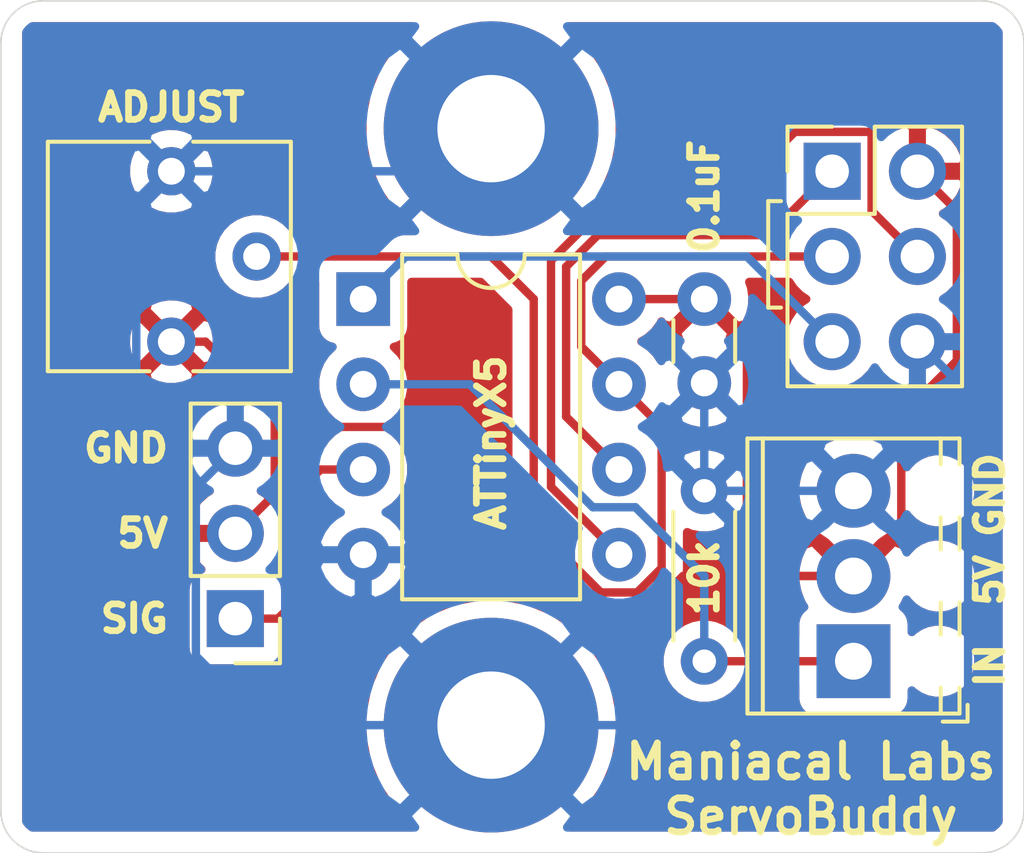
<source format=kicad_pcb>
(kicad_pcb (version 20171130) (host pcbnew "(5.1.6)-1")

  (general
    (thickness 1.6)
    (drawings 22)
    (tracks 83)
    (zones 0)
    (modules 9)
    (nets 9)
  )

  (page A4)
  (layers
    (0 F.Cu signal)
    (31 B.Cu signal)
    (32 B.Adhes user)
    (33 F.Adhes user hide)
    (34 B.Paste user)
    (35 F.Paste user)
    (36 B.SilkS user)
    (37 F.SilkS user)
    (38 B.Mask user)
    (39 F.Mask user)
    (40 Dwgs.User user)
    (41 Cmts.User user)
    (42 Eco1.User user)
    (43 Eco2.User user)
    (44 Edge.Cuts user)
    (45 Margin user)
    (46 B.CrtYd user hide)
    (47 F.CrtYd user hide)
    (48 B.Fab user)
    (49 F.Fab user hide)
  )

  (setup
    (last_trace_width 0.25)
    (user_trace_width 0.5)
    (user_trace_width 1)
    (user_trace_width 1.5)
    (trace_clearance 0.2)
    (zone_clearance 0.508)
    (zone_45_only no)
    (trace_min 0.2)
    (via_size 0.8)
    (via_drill 0.4)
    (via_min_size 0.4)
    (via_min_drill 0.3)
    (uvia_size 0.3)
    (uvia_drill 0.1)
    (uvias_allowed no)
    (uvia_min_size 0.2)
    (uvia_min_drill 0.1)
    (edge_width 0.05)
    (segment_width 0.2)
    (pcb_text_width 0.3)
    (pcb_text_size 1.5 1.5)
    (mod_edge_width 0.12)
    (mod_text_size 1 1)
    (mod_text_width 0.15)
    (pad_size 1.524 1.524)
    (pad_drill 0.762)
    (pad_to_mask_clearance 0.051)
    (solder_mask_min_width 0.25)
    (aux_axis_origin 0 0)
    (visible_elements 7FFFF77F)
    (pcbplotparams
      (layerselection 0x010fc_ffffffff)
      (usegerberextensions false)
      (usegerberattributes false)
      (usegerberadvancedattributes false)
      (creategerberjobfile false)
      (excludeedgelayer true)
      (linewidth 0.100000)
      (plotframeref false)
      (viasonmask false)
      (mode 1)
      (useauxorigin false)
      (hpglpennumber 1)
      (hpglpenspeed 20)
      (hpglpendiameter 15.000000)
      (psnegative false)
      (psa4output false)
      (plotreference true)
      (plotvalue true)
      (plotinvisibletext false)
      (padsonsilk false)
      (subtractmaskfromsilk false)
      (outputformat 1)
      (mirror false)
      (drillshape 0)
      (scaleselection 1)
      (outputdirectory "ServoBuddyGerber/"))
  )

  (net 0 "")
  (net 1 GND)
  (net 2 5V)
  (net 3 OUT)
  (net 4 MISO)
  (net 5 SCK)
  (net 6 MOSI)
  (net 7 RST)
  (net 8 IN)

  (net_class Default "This is the default net class."
    (clearance 0.2)
    (trace_width 0.25)
    (via_dia 0.8)
    (via_drill 0.4)
    (uvia_dia 0.3)
    (uvia_drill 0.1)
    (add_net 5V)
    (add_net GND)
    (add_net IN)
    (add_net MISO)
    (add_net MOSI)
    (add_net OUT)
    (add_net RST)
    (add_net SCK)
  )

  (module Connector_PinHeader_2.54mm:PinHeader_2x03_P2.54mm_Vertical (layer F.Cu) (tedit 59FED5CC) (tstamp 5F238203)
    (at 98.425 81.28)
    (descr "Through hole straight pin header, 2x03, 2.54mm pitch, double rows")
    (tags "Through hole pin header THT 2x03 2.54mm double row")
    (path /5EA2FD64)
    (fp_text reference J3 (at 1.27 -2.33) (layer F.SilkS) hide
      (effects (font (size 1 1) (thickness 0.15)))
    )
    (fp_text value ICSP (at 1.27 7.41) (layer F.Fab)
      (effects (font (size 1 1) (thickness 0.15)))
    )
    (fp_line (start 0 -1.27) (end 3.81 -1.27) (layer F.Fab) (width 0.1))
    (fp_line (start 3.81 -1.27) (end 3.81 6.35) (layer F.Fab) (width 0.1))
    (fp_line (start 3.81 6.35) (end -1.27 6.35) (layer F.Fab) (width 0.1))
    (fp_line (start -1.27 6.35) (end -1.27 0) (layer F.Fab) (width 0.1))
    (fp_line (start -1.27 0) (end 0 -1.27) (layer F.Fab) (width 0.1))
    (fp_line (start -1.33 6.41) (end 3.87 6.41) (layer F.SilkS) (width 0.12))
    (fp_line (start -1.33 1.27) (end -1.33 6.41) (layer F.SilkS) (width 0.12))
    (fp_line (start 3.87 -1.33) (end 3.87 6.41) (layer F.SilkS) (width 0.12))
    (fp_line (start -1.33 1.27) (end 1.27 1.27) (layer F.SilkS) (width 0.12))
    (fp_line (start 1.27 1.27) (end 1.27 -1.33) (layer F.SilkS) (width 0.12))
    (fp_line (start 1.27 -1.33) (end 3.87 -1.33) (layer F.SilkS) (width 0.12))
    (fp_line (start -1.33 0) (end -1.33 -1.33) (layer F.SilkS) (width 0.12))
    (fp_line (start -1.33 -1.33) (end 0 -1.33) (layer F.SilkS) (width 0.12))
    (fp_line (start -1.8 -1.8) (end -1.8 6.85) (layer F.CrtYd) (width 0.05))
    (fp_line (start -1.8 6.85) (end 4.35 6.85) (layer F.CrtYd) (width 0.05))
    (fp_line (start 4.35 6.85) (end 4.35 -1.8) (layer F.CrtYd) (width 0.05))
    (fp_line (start 4.35 -1.8) (end -1.8 -1.8) (layer F.CrtYd) (width 0.05))
    (fp_text user %R (at 1.27 2.54 90) (layer F.Fab)
      (effects (font (size 1 1) (thickness 0.15)))
    )
    (pad 1 thru_hole rect (at 0 0) (size 1.7 1.7) (drill 1) (layers *.Cu *.Mask)
      (net 4 MISO))
    (pad 2 thru_hole oval (at 2.54 0) (size 1.7 1.7) (drill 1) (layers *.Cu *.Mask)
      (net 2 5V))
    (pad 3 thru_hole oval (at 0 2.54) (size 1.7 1.7) (drill 1) (layers *.Cu *.Mask)
      (net 5 SCK))
    (pad 4 thru_hole oval (at 2.54 2.54) (size 1.7 1.7) (drill 1) (layers *.Cu *.Mask)
      (net 6 MOSI))
    (pad 5 thru_hole oval (at 0 5.08) (size 1.7 1.7) (drill 1) (layers *.Cu *.Mask)
      (net 7 RST))
    (pad 6 thru_hole oval (at 2.54 5.08) (size 1.7 1.7) (drill 1) (layers *.Cu *.Mask)
      (net 1 GND))
    (model ${KISYS3DMOD}/Connector_PinHeader_2.54mm.3dshapes/PinHeader_2x03_P2.54mm_Vertical.wrl
      (at (xyz 0 0 0))
      (scale (xyz 1 1 1))
      (rotate (xyz 0 0 0))
    )
  )

  (module Capacitor_THT:C_Disc_D3.0mm_W1.6mm_P2.50mm (layer F.Cu) (tedit 5AE50EF0) (tstamp 5EA2E2B5)
    (at 94.615 85.09 270)
    (descr "C, Disc series, Radial, pin pitch=2.50mm, , diameter*width=3.0*1.6mm^2, Capacitor, http://www.vishay.com/docs/45233/krseries.pdf")
    (tags "C Disc series Radial pin pitch 2.50mm  diameter 3.0mm width 1.6mm Capacitor")
    (path /5EA2DD33)
    (fp_text reference C1 (at 1.25 -2.05 90) (layer F.SilkS) hide
      (effects (font (size 1 1) (thickness 0.15)))
    )
    (fp_text value 0.1uF (at 1.25 2.05 90) (layer F.Fab)
      (effects (font (size 1 1) (thickness 0.15)))
    )
    (fp_line (start 3.55 -1.05) (end -1.05 -1.05) (layer F.CrtYd) (width 0.05))
    (fp_line (start 3.55 1.05) (end 3.55 -1.05) (layer F.CrtYd) (width 0.05))
    (fp_line (start -1.05 1.05) (end 3.55 1.05) (layer F.CrtYd) (width 0.05))
    (fp_line (start -1.05 -1.05) (end -1.05 1.05) (layer F.CrtYd) (width 0.05))
    (fp_line (start 0.621 0.92) (end 1.879 0.92) (layer F.SilkS) (width 0.12))
    (fp_line (start 0.621 -0.92) (end 1.879 -0.92) (layer F.SilkS) (width 0.12))
    (fp_line (start 2.75 -0.8) (end -0.25 -0.8) (layer F.Fab) (width 0.1))
    (fp_line (start 2.75 0.8) (end 2.75 -0.8) (layer F.Fab) (width 0.1))
    (fp_line (start -0.25 0.8) (end 2.75 0.8) (layer F.Fab) (width 0.1))
    (fp_line (start -0.25 -0.8) (end -0.25 0.8) (layer F.Fab) (width 0.1))
    (fp_text user %R (at 1.25 0 90) (layer F.Fab)
      (effects (font (size 0.6 0.6) (thickness 0.09)))
    )
    (pad 1 thru_hole circle (at 0 0 270) (size 1.6 1.6) (drill 0.8) (layers *.Cu *.Mask)
      (net 2 5V))
    (pad 2 thru_hole circle (at 2.5 0 270) (size 1.6 1.6) (drill 0.8) (layers *.Cu *.Mask)
      (net 1 GND))
    (model ${KISYS3DMOD}/Capacitor_THT.3dshapes/C_Disc_D3.0mm_W1.6mm_P2.50mm.wrl
      (at (xyz 0 0 0))
      (scale (xyz 1 1 1))
      (rotate (xyz 0 0 0))
    )
  )

  (module Resistor_THT:R_Axial_DIN0204_L3.6mm_D1.6mm_P5.08mm_Horizontal (layer F.Cu) (tedit 5AE5139B) (tstamp 5EA2DC48)
    (at 94.615 90.805 270)
    (descr "Resistor, Axial_DIN0204 series, Axial, Horizontal, pin pitch=5.08mm, 0.167W, length*diameter=3.6*1.6mm^2, http://cdn-reichelt.de/documents/datenblatt/B400/1_4W%23YAG.pdf")
    (tags "Resistor Axial_DIN0204 series Axial Horizontal pin pitch 5.08mm 0.167W length 3.6mm diameter 1.6mm")
    (path /5EA20099)
    (fp_text reference R1 (at 2.54 -1.92 90) (layer F.SilkS) hide
      (effects (font (size 1 1) (thickness 0.15)))
    )
    (fp_text value 10K (at 2.54 1.92 90) (layer F.Fab)
      (effects (font (size 1 1) (thickness 0.15)))
    )
    (fp_line (start 6.03 -1.05) (end -0.95 -1.05) (layer F.CrtYd) (width 0.05))
    (fp_line (start 6.03 1.05) (end 6.03 -1.05) (layer F.CrtYd) (width 0.05))
    (fp_line (start -0.95 1.05) (end 6.03 1.05) (layer F.CrtYd) (width 0.05))
    (fp_line (start -0.95 -1.05) (end -0.95 1.05) (layer F.CrtYd) (width 0.05))
    (fp_line (start 0.62 0.92) (end 4.46 0.92) (layer F.SilkS) (width 0.12))
    (fp_line (start 0.62 -0.92) (end 4.46 -0.92) (layer F.SilkS) (width 0.12))
    (fp_line (start 5.08 0) (end 4.34 0) (layer F.Fab) (width 0.1))
    (fp_line (start 0 0) (end 0.74 0) (layer F.Fab) (width 0.1))
    (fp_line (start 4.34 -0.8) (end 0.74 -0.8) (layer F.Fab) (width 0.1))
    (fp_line (start 4.34 0.8) (end 4.34 -0.8) (layer F.Fab) (width 0.1))
    (fp_line (start 0.74 0.8) (end 4.34 0.8) (layer F.Fab) (width 0.1))
    (fp_line (start 0.74 -0.8) (end 0.74 0.8) (layer F.Fab) (width 0.1))
    (fp_text user %R (at 2.54 0 90) (layer F.Fab)
      (effects (font (size 0.72 0.72) (thickness 0.108)))
    )
    (pad 1 thru_hole circle (at 0 0 270) (size 1.4 1.4) (drill 0.7) (layers *.Cu *.Mask)
      (net 1 GND))
    (pad 2 thru_hole oval (at 5.08 0 270) (size 1.4 1.4) (drill 0.7) (layers *.Cu *.Mask)
      (net 8 IN))
    (model ${KISYS3DMOD}/Resistor_THT.3dshapes/R_Axial_DIN0204_L3.6mm_D1.6mm_P5.08mm_Horizontal.wrl
      (at (xyz 0 0 0))
      (scale (xyz 1 1 1))
      (rotate (xyz 0 0 0))
    )
  )

  (module Package_DIP:DIP-8_W7.62mm (layer F.Cu) (tedit 5A02E8C5) (tstamp 5F238B53)
    (at 84.455 85.09)
    (descr "8-lead though-hole mounted DIP package, row spacing 7.62 mm (300 mils)")
    (tags "THT DIP DIL PDIP 2.54mm 7.62mm 300mil")
    (path /5EA229F5)
    (fp_text reference U2 (at 3.81 3.81) (layer F.SilkS) hide
      (effects (font (size 1 1) (thickness 0.15)))
    )
    (fp_text value ATTINY85-20PU (at 3.81 9.95) (layer F.Fab)
      (effects (font (size 1 1) (thickness 0.15)))
    )
    (fp_line (start 8.7 -1.55) (end -1.1 -1.55) (layer F.CrtYd) (width 0.05))
    (fp_line (start 8.7 9.15) (end 8.7 -1.55) (layer F.CrtYd) (width 0.05))
    (fp_line (start -1.1 9.15) (end 8.7 9.15) (layer F.CrtYd) (width 0.05))
    (fp_line (start -1.1 -1.55) (end -1.1 9.15) (layer F.CrtYd) (width 0.05))
    (fp_line (start 6.46 -1.33) (end 4.81 -1.33) (layer F.SilkS) (width 0.12))
    (fp_line (start 6.46 8.95) (end 6.46 -1.33) (layer F.SilkS) (width 0.12))
    (fp_line (start 1.16 8.95) (end 6.46 8.95) (layer F.SilkS) (width 0.12))
    (fp_line (start 1.16 -1.33) (end 1.16 8.95) (layer F.SilkS) (width 0.12))
    (fp_line (start 2.81 -1.33) (end 1.16 -1.33) (layer F.SilkS) (width 0.12))
    (fp_line (start 0.635 -0.27) (end 1.635 -1.27) (layer F.Fab) (width 0.1))
    (fp_line (start 0.635 8.89) (end 0.635 -0.27) (layer F.Fab) (width 0.1))
    (fp_line (start 6.985 8.89) (end 0.635 8.89) (layer F.Fab) (width 0.1))
    (fp_line (start 6.985 -1.27) (end 6.985 8.89) (layer F.Fab) (width 0.1))
    (fp_line (start 1.635 -1.27) (end 6.985 -1.27) (layer F.Fab) (width 0.1))
    (fp_arc (start 3.81 -1.33) (end 2.81 -1.33) (angle -180) (layer F.SilkS) (width 0.12))
    (fp_text user %R (at 3.81 3.81) (layer F.Fab)
      (effects (font (size 1 1) (thickness 0.15)))
    )
    (pad 1 thru_hole rect (at 0 0) (size 1.6 1.6) (drill 0.8) (layers *.Cu *.Mask)
      (net 7 RST))
    (pad 5 thru_hole oval (at 7.62 7.62) (size 1.6 1.6) (drill 0.8) (layers *.Cu *.Mask)
      (net 6 MOSI))
    (pad 2 thru_hole oval (at 0 2.54) (size 1.6 1.6) (drill 0.8) (layers *.Cu *.Mask)
      (net 8 IN))
    (pad 6 thru_hole oval (at 7.62 5.08) (size 1.6 1.6) (drill 0.8) (layers *.Cu *.Mask)
      (net 4 MISO))
    (pad 3 thru_hole oval (at 0 5.08) (size 1.6 1.6) (drill 0.8) (layers *.Cu *.Mask)
      (net 3 OUT))
    (pad 7 thru_hole oval (at 7.62 2.54) (size 1.6 1.6) (drill 0.8) (layers *.Cu *.Mask)
      (net 5 SCK))
    (pad 4 thru_hole oval (at 0 7.62) (size 1.6 1.6) (drill 0.8) (layers *.Cu *.Mask)
      (net 1 GND))
    (pad 8 thru_hole oval (at 7.62 0) (size 1.6 1.6) (drill 0.8) (layers *.Cu *.Mask)
      (net 2 5V))
    (model ${KISYS3DMOD}/Package_DIP.3dshapes/DIP-8_W7.62mm.wrl
      (at (xyz 0 0 0))
      (scale (xyz 1 1 1))
      (rotate (xyz 0 0 0))
    )
  )

  (module Potentiometer_THT:Potentiometer_Vishay_T73YP_Vertical (layer F.Cu) (tedit 5A3D4993) (tstamp 5EE31B74)
    (at 78.74 86.36)
    (descr "Potentiometer, vertical, Vishay T73YP, http://www.vishay.com/docs/51016/t73.pdf")
    (tags "Potentiometer vertical Vishay T73YP")
    (path /5EE2B379)
    (fp_text reference RV1 (at -2 -2.5 -90) (layer F.SilkS) hide
      (effects (font (size 1 1) (thickness 0.15)))
    )
    (fp_text value TrimPot (at -0.06 2.01) (layer F.Fab)
      (effects (font (size 1 1) (thickness 0.15)))
    )
    (fp_line (start 3.7 -6.1) (end -3.85 -6.1) (layer F.CrtYd) (width 0.05))
    (fp_line (start 3.7 1.05) (end 3.7 -6.1) (layer F.CrtYd) (width 0.05))
    (fp_line (start -3.85 1.05) (end 3.7 1.05) (layer F.CrtYd) (width 0.05))
    (fp_line (start -3.85 -6.1) (end -3.85 1.05) (layer F.CrtYd) (width 0.05))
    (fp_line (start 3.56 -5.96) (end 3.56 0.88) (layer F.SilkS) (width 0.12))
    (fp_line (start -3.68 -5.96) (end -3.68 0.88) (layer F.SilkS) (width 0.12))
    (fp_line (start 0.65 0.88) (end 3.56 0.88) (layer F.SilkS) (width 0.12))
    (fp_line (start -3.68 0.88) (end -0.65 0.88) (layer F.SilkS) (width 0.12))
    (fp_line (start 0.65 -5.96) (end 3.56 -5.96) (layer F.SilkS) (width 0.12))
    (fp_line (start -3.68 -5.96) (end -0.65 -5.96) (layer F.SilkS) (width 0.12))
    (fp_line (start -0.961 -2.464) (end -0.961 -2.616) (layer F.Fab) (width 0.1))
    (fp_line (start 0.164 -2.464) (end -0.961 -2.464) (layer F.Fab) (width 0.1))
    (fp_line (start 0.164 -1.339) (end 0.164 -2.464) (layer F.Fab) (width 0.1))
    (fp_line (start 0.316 -1.339) (end 0.164 -1.339) (layer F.Fab) (width 0.1))
    (fp_line (start 0.316 -2.464) (end 0.316 -1.339) (layer F.Fab) (width 0.1))
    (fp_line (start 1.441 -2.464) (end 0.316 -2.464) (layer F.Fab) (width 0.1))
    (fp_line (start 1.441 -2.616) (end 1.441 -2.464) (layer F.Fab) (width 0.1))
    (fp_line (start 0.316 -2.616) (end 1.441 -2.616) (layer F.Fab) (width 0.1))
    (fp_line (start 0.316 -3.741) (end 0.316 -2.616) (layer F.Fab) (width 0.1))
    (fp_line (start 0.164 -3.741) (end 0.316 -3.741) (layer F.Fab) (width 0.1))
    (fp_line (start 0.164 -2.616) (end 0.164 -3.741) (layer F.Fab) (width 0.1))
    (fp_line (start -0.961 -2.616) (end 0.164 -2.616) (layer F.Fab) (width 0.1))
    (fp_line (start 3.44 -5.84) (end -3.56 -5.84) (layer F.Fab) (width 0.1))
    (fp_line (start 3.44 0.76) (end 3.44 -5.84) (layer F.Fab) (width 0.1))
    (fp_line (start -3.56 0.76) (end 3.44 0.76) (layer F.Fab) (width 0.1))
    (fp_line (start -3.56 -5.84) (end -3.56 0.76) (layer F.Fab) (width 0.1))
    (fp_circle (center 0.24 -2.54) (end 1.74 -2.54) (layer F.Fab) (width 0.1))
    (fp_text user %R (at -2.56 -2.54 -270) (layer F.Fab)
      (effects (font (size 1 1) (thickness 0.15)))
    )
    (pad 3 thru_hole circle (at 0 -5.08) (size 1.44 1.44) (drill 0.8) (layers *.Cu *.Mask)
      (net 1 GND))
    (pad 2 thru_hole circle (at 2.54 -2.54) (size 1.44 1.44) (drill 0.8) (layers *.Cu *.Mask)
      (net 5 SCK))
    (pad 1 thru_hole circle (at 0 0) (size 1.44 1.44) (drill 0.8) (layers *.Cu *.Mask)
      (net 2 5V))
    (model "${KIPRJMOD}/CT-6ER10k_(103).stp"
      (offset (xyz 0 2.5 5.75))
      (scale (xyz 1 1 1))
      (rotate (xyz 0 0 -90))
    )
  )

  (module TerminalBlock_Phoenix:TerminalBlock_Phoenix_MPT-0,5-3-2.54_1x03_P2.54mm_Horizontal (layer F.Cu) (tedit 5B294F98) (tstamp 5F2381C1)
    (at 99.06 95.885 90)
    (descr "Terminal Block Phoenix MPT-0,5-3-2.54, 3 pins, pitch 2.54mm, size 8.08x6.2mm^2, drill diamater 1.1mm, pad diameter 2.2mm, see http://www.mouser.com/ds/2/324/ItemDetail_1725656-920552.pdf, script-generated using https://github.com/pointhi/kicad-footprint-generator/scripts/TerminalBlock_Phoenix")
    (tags "THT Terminal Block Phoenix MPT-0,5-3-2.54 pitch 2.54mm size 8.08x6.2mm^2 drill 1.1mm pad 2.2mm")
    (path /5F23307B)
    (fp_text reference J1 (at 2.54 -4.16 90) (layer F.SilkS) hide
      (effects (font (size 1 1) (thickness 0.15)))
    )
    (fp_text value Conn_01x03 (at 2.54 4.16 90) (layer F.Fab)
      (effects (font (size 1 1) (thickness 0.15)))
    )
    (fp_circle (center 0 0) (end 1.1 0) (layer F.Fab) (width 0.1))
    (fp_circle (center 2.54 0) (end 3.64 0) (layer F.Fab) (width 0.1))
    (fp_circle (center 5.08 0) (end 6.18 0) (layer F.Fab) (width 0.1))
    (fp_line (start -1.5 -3.1) (end 6.58 -3.1) (layer F.Fab) (width 0.1))
    (fp_line (start 6.58 -3.1) (end 6.58 3.1) (layer F.Fab) (width 0.1))
    (fp_line (start 6.58 3.1) (end -1 3.1) (layer F.Fab) (width 0.1))
    (fp_line (start -1 3.1) (end -1.5 2.6) (layer F.Fab) (width 0.1))
    (fp_line (start -1.5 2.6) (end -1.5 -3.1) (layer F.Fab) (width 0.1))
    (fp_line (start -1.5 2.6) (end 6.58 2.6) (layer F.Fab) (width 0.1))
    (fp_line (start -1.56 2.6) (end -0.79 2.6) (layer F.SilkS) (width 0.12))
    (fp_line (start 0.79 2.6) (end 1.75 2.6) (layer F.SilkS) (width 0.12))
    (fp_line (start 3.33 2.6) (end 4.29 2.6) (layer F.SilkS) (width 0.12))
    (fp_line (start 5.87 2.6) (end 6.64 2.6) (layer F.SilkS) (width 0.12))
    (fp_line (start -1.5 -2.7) (end 6.58 -2.7) (layer F.Fab) (width 0.1))
    (fp_line (start -1.56 -2.7) (end 6.64 -2.7) (layer F.SilkS) (width 0.12))
    (fp_line (start -1.56 -3.16) (end 6.64 -3.16) (layer F.SilkS) (width 0.12))
    (fp_line (start -1.56 3.16) (end -0.79 3.16) (layer F.SilkS) (width 0.12))
    (fp_line (start 0.79 3.16) (end 1.75 3.16) (layer F.SilkS) (width 0.12))
    (fp_line (start 3.33 3.16) (end 4.29 3.16) (layer F.SilkS) (width 0.12))
    (fp_line (start 5.87 3.16) (end 6.64 3.16) (layer F.SilkS) (width 0.12))
    (fp_line (start -1.56 -3.16) (end -1.56 3.16) (layer F.SilkS) (width 0.12))
    (fp_line (start 6.64 -3.16) (end 6.64 3.16) (layer F.SilkS) (width 0.12))
    (fp_line (start 0.835 -0.7) (end -0.701 0.835) (layer F.Fab) (width 0.1))
    (fp_line (start 0.701 -0.835) (end -0.835 0.7) (layer F.Fab) (width 0.1))
    (fp_line (start 3.375 -0.7) (end 1.84 0.835) (layer F.Fab) (width 0.1))
    (fp_line (start 3.241 -0.835) (end 1.706 0.7) (layer F.Fab) (width 0.1))
    (fp_line (start 5.915 -0.7) (end 4.38 0.835) (layer F.Fab) (width 0.1))
    (fp_line (start 5.781 -0.835) (end 4.246 0.7) (layer F.Fab) (width 0.1))
    (fp_line (start -1.8 2.66) (end -1.8 3.4) (layer F.SilkS) (width 0.12))
    (fp_line (start -1.8 3.4) (end -1.3 3.4) (layer F.SilkS) (width 0.12))
    (fp_line (start -2 -3.6) (end -2 3.6) (layer F.CrtYd) (width 0.05))
    (fp_line (start -2 3.6) (end 7.08 3.6) (layer F.CrtYd) (width 0.05))
    (fp_line (start 7.08 3.6) (end 7.08 -3.6) (layer F.CrtYd) (width 0.05))
    (fp_line (start 7.08 -3.6) (end -2 -3.6) (layer F.CrtYd) (width 0.05))
    (fp_text user %R (at 2.54 2 90) (layer F.Fab)
      (effects (font (size 1 1) (thickness 0.15)))
    )
    (pad 1 thru_hole rect (at 0 0 90) (size 2.2 2.2) (drill 1.1) (layers *.Cu *.Mask)
      (net 8 IN))
    (pad "" np_thru_hole circle (at 0 2.54 90) (size 1.1 1.1) (drill 1.1) (layers *.Cu *.Mask))
    (pad 2 thru_hole circle (at 2.54 0 90) (size 2.2 2.2) (drill 1.1) (layers *.Cu *.Mask)
      (net 2 5V))
    (pad "" np_thru_hole circle (at 2.54 2.54 90) (size 1.1 1.1) (drill 1.1) (layers *.Cu *.Mask))
    (pad 3 thru_hole circle (at 5.08 0 90) (size 2.2 2.2) (drill 1.1) (layers *.Cu *.Mask)
      (net 1 GND))
    (pad "" np_thru_hole circle (at 5.08 2.54 90) (size 1.1 1.1) (drill 1.1) (layers *.Cu *.Mask))
    (model ${KIPRJMOD}/pxc_1725669_05_MPT-0-5-3-2-54_3D.stp
      (offset (xyz 6.5 -3 0))
      (scale (xyz 1 1 1))
      (rotate (xyz -90 0 -90))
    )
  )

  (module Connector_PinHeader_2.54mm:PinHeader_1x03_P2.54mm_Vertical (layer F.Cu) (tedit 59FED5CC) (tstamp 5F2381ED)
    (at 80.645 94.615 180)
    (descr "Through hole straight pin header, 1x03, 2.54mm pitch, single row")
    (tags "Through hole pin header THT 1x03 2.54mm single row")
    (path /5F23219A)
    (fp_text reference J2 (at 0 -2.33) (layer F.SilkS) hide
      (effects (font (size 1 1) (thickness 0.15)))
    )
    (fp_text value Conn_01x03 (at 0 7.41) (layer F.Fab)
      (effects (font (size 1 1) (thickness 0.15)))
    )
    (fp_line (start -0.635 -1.27) (end 1.27 -1.27) (layer F.Fab) (width 0.1))
    (fp_line (start 1.27 -1.27) (end 1.27 6.35) (layer F.Fab) (width 0.1))
    (fp_line (start 1.27 6.35) (end -1.27 6.35) (layer F.Fab) (width 0.1))
    (fp_line (start -1.27 6.35) (end -1.27 -0.635) (layer F.Fab) (width 0.1))
    (fp_line (start -1.27 -0.635) (end -0.635 -1.27) (layer F.Fab) (width 0.1))
    (fp_line (start -1.33 6.41) (end 1.33 6.41) (layer F.SilkS) (width 0.12))
    (fp_line (start -1.33 1.27) (end -1.33 6.41) (layer F.SilkS) (width 0.12))
    (fp_line (start 1.33 1.27) (end 1.33 6.41) (layer F.SilkS) (width 0.12))
    (fp_line (start -1.33 1.27) (end 1.33 1.27) (layer F.SilkS) (width 0.12))
    (fp_line (start -1.33 0) (end -1.33 -1.33) (layer F.SilkS) (width 0.12))
    (fp_line (start -1.33 -1.33) (end 0 -1.33) (layer F.SilkS) (width 0.12))
    (fp_line (start -1.8 -1.8) (end -1.8 6.85) (layer F.CrtYd) (width 0.05))
    (fp_line (start -1.8 6.85) (end 1.8 6.85) (layer F.CrtYd) (width 0.05))
    (fp_line (start 1.8 6.85) (end 1.8 -1.8) (layer F.CrtYd) (width 0.05))
    (fp_line (start 1.8 -1.8) (end -1.8 -1.8) (layer F.CrtYd) (width 0.05))
    (fp_text user %R (at 0 2.54 90) (layer F.Fab)
      (effects (font (size 1 1) (thickness 0.15)))
    )
    (pad 1 thru_hole rect (at 0 0 180) (size 1.7 1.7) (drill 1) (layers *.Cu *.Mask)
      (net 3 OUT))
    (pad 2 thru_hole oval (at 0 2.54 180) (size 1.7 1.7) (drill 1) (layers *.Cu *.Mask)
      (net 2 5V))
    (pad 3 thru_hole oval (at 0 5.08 180) (size 1.7 1.7) (drill 1) (layers *.Cu *.Mask)
      (net 1 GND))
    (model ${KISYS3DMOD}/Connector_PinHeader_2.54mm.3dshapes/PinHeader_1x03_P2.54mm_Vertical.wrl
      (at (xyz 0 0 0))
      (scale (xyz 1 1 1))
      (rotate (xyz 0 0 0))
    )
  )

  (module MountingHole:MountingHole_3.2mm_M3_Pad (layer F.Cu) (tedit 56D1B4CB) (tstamp 5F238967)
    (at 88.265 80.01)
    (descr "Mounting Hole 3.2mm, M3")
    (tags "mounting hole 3.2mm m3")
    (path /5F23FDCD)
    (attr virtual)
    (fp_text reference H1 (at 0 -4.2) (layer F.SilkS) hide
      (effects (font (size 1 1) (thickness 0.15)))
    )
    (fp_text value MountingHole_Pad (at 0 4.2) (layer F.Fab)
      (effects (font (size 1 1) (thickness 0.15)))
    )
    (fp_circle (center 0 0) (end 3.2 0) (layer Cmts.User) (width 0.15))
    (fp_circle (center 0 0) (end 3.45 0) (layer F.CrtYd) (width 0.05))
    (fp_text user %R (at 0.3 0) (layer F.Fab)
      (effects (font (size 1 1) (thickness 0.15)))
    )
    (pad 1 thru_hole circle (at 0 0) (size 6.4 6.4) (drill 3.2) (layers *.Cu *.Mask)
      (net 1 GND))
  )

  (module MountingHole:MountingHole_3.2mm_M3_Pad (layer F.Cu) (tedit 56D1B4CB) (tstamp 5F23896F)
    (at 88.265 97.79)
    (descr "Mounting Hole 3.2mm, M3")
    (tags "mounting hole 3.2mm m3")
    (path /5F24057C)
    (attr virtual)
    (fp_text reference H2 (at 0 -4.2) (layer F.SilkS) hide
      (effects (font (size 1 1) (thickness 0.15)))
    )
    (fp_text value MountingHole_Pad (at 0 4.2) (layer F.Fab)
      (effects (font (size 1 1) (thickness 0.15)))
    )
    (fp_circle (center 0 0) (end 3.45 0) (layer F.CrtYd) (width 0.05))
    (fp_circle (center 0 0) (end 3.2 0) (layer Cmts.User) (width 0.15))
    (fp_text user %R (at 0.3 0) (layer F.Fab)
      (effects (font (size 1 1) (thickness 0.15)))
    )
    (pad 1 thru_hole circle (at 0 0) (size 6.4 6.4) (drill 3.2) (layers *.Cu *.Mask)
      (net 1 GND))
  )

  (gr_text "Maniacal Labs\nServoBuddy" (at 97.79 99.695) (layer F.SilkS) (tstamp 5F238DEE)
    (effects (font (size 1.016 1.016) (thickness 0.2)))
  )
  (gr_arc (start 74.93 100.33) (end 73.66 100.33) (angle -90) (layer Edge.Cuts) (width 0.05))
  (gr_arc (start 74.93 77.47) (end 74.93 76.2) (angle -90) (layer Edge.Cuts) (width 0.05))
  (gr_arc (start 102.87 77.47) (end 104.14 77.47) (angle -90) (layer Edge.Cuts) (width 0.05))
  (gr_arc (start 102.87 100.33) (end 102.87 101.6) (angle -90) (layer Edge.Cuts) (width 0.05))
  (gr_line (start 102.87 76.2) (end 74.93 76.2) (layer Edge.Cuts) (width 0.05))
  (gr_line (start 104.14 100.33) (end 104.14 77.47) (layer Edge.Cuts) (width 0.05))
  (gr_line (start 74.93 101.6) (end 102.87 101.6) (layer Edge.Cuts) (width 0.05))
  (gr_line (start 73.66 77.47) (end 73.66 100.33) (layer Edge.Cuts) (width 0.05))
  (gr_text ADJUST (at 78.74 79.375) (layer F.SilkS) (tstamp 5F238DBE)
    (effects (font (size 0.8 0.8) (thickness 0.2)))
  )
  (gr_text IN (at 103.124 96.012 90) (layer F.SilkS) (tstamp 5F238DCE)
    (effects (font (size 0.8 0.8) (thickness 0.2)))
  )
  (gr_text 5V (at 103.124 93.472 90) (layer F.SilkS) (tstamp 5F238DCB)
    (effects (font (size 0.8 0.8) (thickness 0.2)))
  )
  (gr_text GND (at 103.124 90.932 90) (layer F.SilkS) (tstamp 5F238DD1)
    (effects (font (size 0.8 0.8) (thickness 0.2)))
  )
  (gr_text SIG (at 78.74 94.615) (layer F.SilkS) (tstamp 5F238D3A)
    (effects (font (size 0.8 0.8) (thickness 0.2)) (justify right))
  )
  (gr_text 5V (at 78.74 92.075) (layer F.SilkS) (tstamp 5F238D38)
    (effects (font (size 0.8 0.8) (thickness 0.2)) (justify right))
  )
  (gr_text GND (at 78.74 89.535) (layer F.SilkS) (tstamp 5F238D31)
    (effects (font (size 0.8 0.8) (thickness 0.2)) (justify right))
  )
  (gr_line (start 96.52 85.344) (end 96.901 85.344) (layer F.SilkS) (width 0.12))
  (gr_line (start 96.52 82.169) (end 96.52 85.344) (layer F.SilkS) (width 0.12))
  (gr_line (start 96.901 82.169) (end 96.52 82.169) (layer F.SilkS) (width 0.12))
  (gr_text ATTinyX5 (at 88.265 92.075 90) (layer F.SilkS) (tstamp 5EA2E90F)
    (effects (font (size 0.8 0.8) (thickness 0.2)) (justify left))
  )
  (gr_text 0.1uF (at 94.615 83.82 90) (layer F.SilkS) (tstamp 5EA2E908)
    (effects (font (size 0.8 0.8) (thickness 0.2)) (justify left))
  )
  (gr_text 10k (at 94.615 94.615 90) (layer F.SilkS) (tstamp 5F238600)
    (effects (font (size 0.8 0.8) (thickness 0.2)) (justify left))
  )

  (segment (start 100.965 88.9) (end 99.06 90.805) (width 0.25) (layer B.Cu) (net 1))
  (segment (start 100.965 86.36) (end 100.965 88.9) (width 0.25) (layer B.Cu) (net 1))
  (segment (start 94.615 90.805) (end 94.615 87.59) (width 0.25) (layer B.Cu) (net 1))
  (segment (start 99.06 90.805) (end 94.615 90.805) (width 0.25) (layer B.Cu) (net 1))
  (segment (start 86.995 81.28) (end 88.265 80.01) (width 0.25) (layer B.Cu) (net 1))
  (segment (start 78.74 81.28) (end 86.995 81.28) (width 0.25) (layer B.Cu) (net 1))
  (segment (start 81.534998 97.79) (end 79.469999 95.725001) (width 0.25) (layer B.Cu) (net 1))
  (segment (start 79.469999 90.710001) (end 80.645 89.535) (width 0.25) (layer B.Cu) (net 1))
  (segment (start 79.469999 95.725001) (end 79.469999 90.710001) (width 0.25) (layer B.Cu) (net 1))
  (segment (start 88.265 97.79) (end 81.534998 97.79) (width 0.25) (layer B.Cu) (net 1))
  (segment (start 77.694999 82.325001) (end 78.74 81.28) (width 0.25) (layer B.Cu) (net 1))
  (segment (start 77.694999 87.78708) (end 77.694999 82.325001) (width 0.25) (layer B.Cu) (net 1))
  (segment (start 79.442919 89.535) (end 77.694999 87.78708) (width 0.25) (layer B.Cu) (net 1))
  (segment (start 80.645 89.535) (end 79.442919 89.535) (width 0.25) (layer B.Cu) (net 1))
  (segment (start 88.265 97.79) (end 101.6 97.79) (width 0.25) (layer B.Cu) (net 1))
  (segment (start 102.475001 87.870001) (end 100.965 86.36) (width 0.25) (layer B.Cu) (net 1))
  (segment (start 102.475001 96.914999) (end 102.475001 87.870001) (width 0.25) (layer B.Cu) (net 1))
  (segment (start 101.6 97.79) (end 102.475001 96.914999) (width 0.25) (layer B.Cu) (net 1))
  (segment (start 92.075 85.09) (end 94.615 85.09) (width 0.25) (layer F.Cu) (net 2))
  (segment (start 99.06 93.345) (end 96.52 93.345) (width 0.25) (layer F.Cu) (net 2))
  (segment (start 96.52 93.345) (end 95.885 92.71) (width 0.25) (layer F.Cu) (net 2))
  (segment (start 95.885 86.36) (end 94.615 85.09) (width 0.25) (layer F.Cu) (net 2))
  (segment (start 95.885 92.71) (end 95.885 86.36) (width 0.25) (layer F.Cu) (net 2))
  (segment (start 102.140001 82.455001) (end 100.965 81.28) (width 0.25) (layer F.Cu) (net 2))
  (segment (start 102.140001 86.924001) (end 102.140001 82.455001) (width 0.25) (layer F.Cu) (net 2))
  (segment (start 100.485001 88.579001) (end 102.140001 86.924001) (width 0.25) (layer F.Cu) (net 2))
  (segment (start 100.485001 91.919999) (end 100.485001 88.579001) (width 0.25) (layer F.Cu) (net 2))
  (segment (start 99.06 93.345) (end 100.485001 91.919999) (width 0.25) (layer F.Cu) (net 2))
  (segment (start 79.758233 86.36) (end 78.74 86.36) (width 0.25) (layer F.Cu) (net 2))
  (segment (start 81.820001 90.899999) (end 81.820001 88.421768) (width 0.25) (layer F.Cu) (net 2))
  (segment (start 80.645 92.075) (end 81.820001 90.899999) (width 0.25) (layer F.Cu) (net 2))
  (segment (start 99.06 93.345) (end 93.98 93.345) (width 0.25) (layer F.Cu) (net 2))
  (segment (start 93.98 93.345) (end 93.039989 94.285011) (width 0.25) (layer F.Cu) (net 2))
  (segment (start 91.348598 94.28501) (end 87.63 90.566412) (width 0.25) (layer F.Cu) (net 2))
  (segment (start 93.039989 94.285011) (end 91.348598 94.28501) (width 0.25) (layer F.Cu) (net 2))
  (segment (start 87.63 90.566412) (end 87.63 89.535) (width 0.25) (layer F.Cu) (net 2))
  (segment (start 86.995 88.9) (end 82.298232 88.9) (width 0.25) (layer F.Cu) (net 2))
  (segment (start 82.298232 88.9) (end 80.201616 86.803384) (width 0.25) (layer F.Cu) (net 2))
  (segment (start 81.820001 88.421768) (end 80.201616 86.803384) (width 0.25) (layer F.Cu) (net 2))
  (segment (start 87.63 89.535) (end 86.995 88.9) (width 0.25) (layer F.Cu) (net 2))
  (segment (start 80.201616 86.803384) (end 79.758233 86.36) (width 0.25) (layer F.Cu) (net 2))
  (segment (start 80.645 94.615) (end 81.915 94.615) (width 0.25) (layer F.Cu) (net 3))
  (segment (start 81.915 94.615) (end 82.55 93.98) (width 0.25) (layer F.Cu) (net 3))
  (segment (start 82.55 93.98) (end 82.55 90.805) (width 0.25) (layer F.Cu) (net 3))
  (segment (start 83.185 90.17) (end 84.455 90.17) (width 0.25) (layer F.Cu) (net 3))
  (segment (start 82.55 90.805) (end 83.185 90.17) (width 0.25) (layer F.Cu) (net 3))
  (segment (start 90.499989 88.594989) (end 90.499989 84.125011) (width 0.25) (layer F.Cu) (net 4))
  (segment (start 92.075 90.17) (end 90.499989 88.594989) (width 0.25) (layer F.Cu) (net 4))
  (segment (start 90.499989 84.125011) (end 91.44 83.185) (width 0.25) (layer F.Cu) (net 4))
  (segment (start 96.52 83.185) (end 98.425 81.28) (width 0.25) (layer F.Cu) (net 4))
  (segment (start 91.44 83.185) (end 96.52 83.185) (width 0.25) (layer F.Cu) (net 4))
  (segment (start 91.679998 83.82) (end 98.425 83.82) (width 0.25) (layer F.Cu) (net 5))
  (segment (start 90.949999 84.549999) (end 91.679998 83.82) (width 0.25) (layer F.Cu) (net 5))
  (segment (start 90.949999 86.504999) (end 90.949999 84.549999) (width 0.25) (layer F.Cu) (net 5))
  (segment (start 92.075 87.63) (end 90.949999 86.504999) (width 0.25) (layer F.Cu) (net 5))
  (segment (start 81.28 83.82) (end 88.265 83.82) (width 0.25) (layer F.Cu) (net 5))
  (segment (start 88.265 83.82) (end 89.535 85.09) (width 0.25) (layer F.Cu) (net 5))
  (segment (start 92.615001 93.835001) (end 93.345 93.105002) (width 0.25) (layer F.Cu) (net 5))
  (segment (start 91.534999 93.835001) (end 92.615001 93.835001) (width 0.25) (layer F.Cu) (net 5))
  (segment (start 89.535 85.09) (end 89.535 91.835002) (width 0.25) (layer F.Cu) (net 5))
  (segment (start 89.535 91.835002) (end 91.534999 93.835001) (width 0.25) (layer F.Cu) (net 5))
  (segment (start 93.345 88.9) (end 92.075 87.63) (width 0.25) (layer F.Cu) (net 5))
  (segment (start 93.345 93.105002) (end 93.345 88.9) (width 0.25) (layer F.Cu) (net 5))
  (segment (start 97.314999 80.104999) (end 96.52 80.899998) (width 0.25) (layer F.Cu) (net 6))
  (segment (start 99.535001 80.104999) (end 97.314999 80.104999) (width 0.25) (layer F.Cu) (net 6))
  (segment (start 99.600001 80.169999) (end 99.535001 80.104999) (width 0.25) (layer F.Cu) (net 6))
  (segment (start 100.965 83.82) (end 99.600001 82.455001) (width 0.25) (layer F.Cu) (net 6))
  (segment (start 99.600001 82.455001) (end 99.600001 80.169999) (width 0.25) (layer F.Cu) (net 6))
  (segment (start 96.52 80.899998) (end 96.52 81.915) (width 0.25) (layer F.Cu) (net 6))
  (segment (start 91.253599 82.734991) (end 90.049979 83.938611) (width 0.25) (layer F.Cu) (net 6))
  (segment (start 96.52 81.915) (end 95.70001 82.73499) (width 0.25) (layer F.Cu) (net 6))
  (segment (start 95.70001 82.73499) (end 91.253599 82.734991) (width 0.25) (layer F.Cu) (net 6))
  (segment (start 90.049979 90.684979) (end 92.075 92.71) (width 0.25) (layer F.Cu) (net 6))
  (segment (start 90.049979 83.938611) (end 90.049979 90.684979) (width 0.25) (layer F.Cu) (net 6))
  (segment (start 98.425 86.36) (end 95.885 83.82) (width 0.25) (layer B.Cu) (net 7))
  (segment (start 85.725 83.82) (end 84.455 85.09) (width 0.25) (layer B.Cu) (net 7))
  (segment (start 95.885 83.82) (end 85.725 83.82) (width 0.25) (layer B.Cu) (net 7))
  (segment (start 94.615 95.885) (end 99.06 95.885) (width 0.25) (layer F.Cu) (net 8))
  (segment (start 94.615 95.885) (end 94.615 93.345) (width 0.25) (layer B.Cu) (net 8))
  (segment (start 92.565001 91.295001) (end 91.295001 91.295001) (width 0.25) (layer B.Cu) (net 8))
  (segment (start 94.615 93.345) (end 92.565001 91.295001) (width 0.25) (layer B.Cu) (net 8))
  (segment (start 87.63 87.63) (end 84.455 87.63) (width 0.25) (layer B.Cu) (net 8))
  (segment (start 91.295001 91.295001) (end 87.63 87.63) (width 0.25) (layer B.Cu) (net 8))

  (zone (net 1) (net_name GND) (layer B.Cu) (tstamp 5F611F67) (hatch edge 0.508)
    (connect_pads (clearance 0.508))
    (min_thickness 0.254)
    (fill yes (arc_segments 32) (thermal_gap 0.508) (thermal_bridge_width 0.508))
    (polygon
      (pts
        (xy 103.505 100.965) (xy 74.295 100.965) (xy 74.295 76.835) (xy 103.505 76.835)
      )
    )
    (filled_polygon
      (pts
        (xy 85.743724 77.309119) (xy 88.265 79.830395) (xy 90.786276 77.309119) (xy 90.530943 76.962) (xy 103.201014 76.962)
        (xy 103.205819 76.964555) (xy 103.297596 77.039407) (xy 103.373091 77.130664) (xy 103.378 77.139743) (xy 103.378 100.661014)
        (xy 103.375446 100.665817) (xy 103.300594 100.757595) (xy 103.209335 100.833091) (xy 103.200256 100.838) (xy 90.530943 100.838)
        (xy 90.786276 100.490881) (xy 88.265 97.969605) (xy 85.743724 100.490881) (xy 85.999057 100.838) (xy 74.598986 100.838)
        (xy 74.594183 100.835446) (xy 74.502405 100.760594) (xy 74.426909 100.669335) (xy 74.422 100.660256) (xy 74.422 97.765695)
        (xy 84.41152 97.765695) (xy 84.480822 98.517938) (xy 84.695548 99.242208) (xy 85.047445 99.91067) (xy 85.074452 99.951088)
        (xy 85.564119 100.311276) (xy 88.085395 97.79) (xy 88.444605 97.79) (xy 90.965881 100.311276) (xy 91.455548 99.951088)
        (xy 91.815849 99.287118) (xy 92.039694 98.565615) (xy 92.11848 97.814305) (xy 92.049178 97.062062) (xy 91.834452 96.337792)
        (xy 91.482555 95.66933) (xy 91.455548 95.628912) (xy 90.965881 95.268724) (xy 88.444605 97.79) (xy 88.085395 97.79)
        (xy 85.564119 95.268724) (xy 85.074452 95.628912) (xy 84.714151 96.292882) (xy 84.490306 97.014385) (xy 84.41152 97.765695)
        (xy 74.422 97.765695) (xy 74.422 93.765) (xy 79.156928 93.765) (xy 79.156928 95.465) (xy 79.169188 95.589482)
        (xy 79.205498 95.70918) (xy 79.264463 95.819494) (xy 79.343815 95.916185) (xy 79.440506 95.995537) (xy 79.55082 96.054502)
        (xy 79.670518 96.090812) (xy 79.795 96.103072) (xy 81.495 96.103072) (xy 81.619482 96.090812) (xy 81.73918 96.054502)
        (xy 81.849494 95.995537) (xy 81.946185 95.916185) (xy 82.025537 95.819494) (xy 82.084502 95.70918) (xy 82.120812 95.589482)
        (xy 82.133072 95.465) (xy 82.133072 95.089119) (xy 85.743724 95.089119) (xy 88.265 97.610395) (xy 90.786276 95.089119)
        (xy 90.426088 94.599452) (xy 89.762118 94.239151) (xy 89.040615 94.015306) (xy 88.289305 93.93652) (xy 87.537062 94.005822)
        (xy 86.812792 94.220548) (xy 86.14433 94.572445) (xy 86.103912 94.599452) (xy 85.743724 95.089119) (xy 82.133072 95.089119)
        (xy 82.133072 93.765) (xy 82.120812 93.640518) (xy 82.084502 93.52082) (xy 82.025537 93.410506) (xy 81.946185 93.313815)
        (xy 81.849494 93.234463) (xy 81.73918 93.175498) (xy 81.66662 93.153487) (xy 81.761068 93.059039) (xy 83.063096 93.059039)
        (xy 83.103754 93.193087) (xy 83.223963 93.44742) (xy 83.391481 93.673414) (xy 83.599869 93.862385) (xy 83.841119 94.00707)
        (xy 84.10596 94.101909) (xy 84.328 93.980624) (xy 84.328 92.837) (xy 84.582 92.837) (xy 84.582 93.980624)
        (xy 84.80404 94.101909) (xy 85.068881 94.00707) (xy 85.310131 93.862385) (xy 85.518519 93.673414) (xy 85.686037 93.44742)
        (xy 85.806246 93.193087) (xy 85.846904 93.059039) (xy 85.724915 92.837) (xy 84.582 92.837) (xy 84.328 92.837)
        (xy 83.185085 92.837) (xy 83.063096 93.059039) (xy 81.761068 93.059039) (xy 81.798475 93.021632) (xy 81.96099 92.778411)
        (xy 82.072932 92.508158) (xy 82.13 92.22126) (xy 82.13 91.92874) (xy 82.072932 91.641842) (xy 81.96099 91.371589)
        (xy 81.798475 91.128368) (xy 81.591632 90.921525) (xy 81.409466 90.799805) (xy 81.526355 90.730178) (xy 81.742588 90.535269)
        (xy 81.916641 90.30192) (xy 82.041825 90.039099) (xy 82.086476 89.89189) (xy 81.965155 89.662) (xy 80.772 89.662)
        (xy 80.772 89.682) (xy 80.518 89.682) (xy 80.518 89.662) (xy 79.324845 89.662) (xy 79.203524 89.89189)
        (xy 79.248175 90.039099) (xy 79.373359 90.30192) (xy 79.547412 90.535269) (xy 79.763645 90.730178) (xy 79.880534 90.799805)
        (xy 79.698368 90.921525) (xy 79.491525 91.128368) (xy 79.32901 91.371589) (xy 79.217068 91.641842) (xy 79.16 91.92874)
        (xy 79.16 92.22126) (xy 79.217068 92.508158) (xy 79.32901 92.778411) (xy 79.491525 93.021632) (xy 79.62338 93.153487)
        (xy 79.55082 93.175498) (xy 79.440506 93.234463) (xy 79.343815 93.313815) (xy 79.264463 93.410506) (xy 79.205498 93.52082)
        (xy 79.169188 93.640518) (xy 79.156928 93.765) (xy 74.422 93.765) (xy 74.422 89.17811) (xy 79.203524 89.17811)
        (xy 79.324845 89.408) (xy 80.518 89.408) (xy 80.518 88.214186) (xy 80.772 88.214186) (xy 80.772 89.408)
        (xy 81.965155 89.408) (xy 82.086476 89.17811) (xy 82.041825 89.030901) (xy 81.916641 88.76808) (xy 81.742588 88.534731)
        (xy 81.526355 88.339822) (xy 81.276252 88.190843) (xy 81.001891 88.093519) (xy 80.772 88.214186) (xy 80.518 88.214186)
        (xy 80.288109 88.093519) (xy 80.013748 88.190843) (xy 79.763645 88.339822) (xy 79.547412 88.534731) (xy 79.373359 88.76808)
        (xy 79.248175 89.030901) (xy 79.203524 89.17811) (xy 74.422 89.17811) (xy 74.422 86.226544) (xy 77.385 86.226544)
        (xy 77.385 86.493456) (xy 77.437072 86.755239) (xy 77.539215 87.001833) (xy 77.687503 87.223762) (xy 77.876238 87.412497)
        (xy 78.098167 87.560785) (xy 78.344761 87.662928) (xy 78.606544 87.715) (xy 78.873456 87.715) (xy 79.135239 87.662928)
        (xy 79.381833 87.560785) (xy 79.603762 87.412497) (xy 79.792497 87.223762) (xy 79.940785 87.001833) (xy 80.042928 86.755239)
        (xy 80.095 86.493456) (xy 80.095 86.226544) (xy 80.042928 85.964761) (xy 79.940785 85.718167) (xy 79.792497 85.496238)
        (xy 79.603762 85.307503) (xy 79.381833 85.159215) (xy 79.135239 85.057072) (xy 78.873456 85.005) (xy 78.606544 85.005)
        (xy 78.344761 85.057072) (xy 78.098167 85.159215) (xy 77.876238 85.307503) (xy 77.687503 85.496238) (xy 77.539215 85.718167)
        (xy 77.437072 85.964761) (xy 77.385 86.226544) (xy 74.422 86.226544) (xy 74.422 83.686544) (xy 79.925 83.686544)
        (xy 79.925 83.953456) (xy 79.977072 84.215239) (xy 80.079215 84.461833) (xy 80.227503 84.683762) (xy 80.416238 84.872497)
        (xy 80.638167 85.020785) (xy 80.884761 85.122928) (xy 81.146544 85.175) (xy 81.413456 85.175) (xy 81.675239 85.122928)
        (xy 81.921833 85.020785) (xy 82.143762 84.872497) (xy 82.332497 84.683762) (xy 82.480785 84.461833) (xy 82.55196 84.29)
        (xy 83.016928 84.29) (xy 83.016928 85.89) (xy 83.029188 86.014482) (xy 83.065498 86.13418) (xy 83.124463 86.244494)
        (xy 83.203815 86.341185) (xy 83.300506 86.420537) (xy 83.41082 86.479502) (xy 83.530518 86.515812) (xy 83.538961 86.516643)
        (xy 83.340363 86.715241) (xy 83.18332 86.950273) (xy 83.075147 87.211426) (xy 83.02 87.488665) (xy 83.02 87.771335)
        (xy 83.075147 88.048574) (xy 83.18332 88.309727) (xy 83.340363 88.544759) (xy 83.540241 88.744637) (xy 83.772759 88.9)
        (xy 83.540241 89.055363) (xy 83.340363 89.255241) (xy 83.18332 89.490273) (xy 83.075147 89.751426) (xy 83.02 90.028665)
        (xy 83.02 90.311335) (xy 83.075147 90.588574) (xy 83.18332 90.849727) (xy 83.340363 91.084759) (xy 83.540241 91.284637)
        (xy 83.775273 91.44168) (xy 83.785865 91.446067) (xy 83.599869 91.557615) (xy 83.391481 91.746586) (xy 83.223963 91.97258)
        (xy 83.103754 92.226913) (xy 83.063096 92.360961) (xy 83.185085 92.583) (xy 84.328 92.583) (xy 84.328 92.563)
        (xy 84.582 92.563) (xy 84.582 92.583) (xy 85.724915 92.583) (xy 85.846904 92.360961) (xy 85.806246 92.226913)
        (xy 85.686037 91.97258) (xy 85.518519 91.746586) (xy 85.310131 91.557615) (xy 85.124135 91.446067) (xy 85.134727 91.44168)
        (xy 85.369759 91.284637) (xy 85.569637 91.084759) (xy 85.72668 90.849727) (xy 85.834853 90.588574) (xy 85.89 90.311335)
        (xy 85.89 90.028665) (xy 85.834853 89.751426) (xy 85.72668 89.490273) (xy 85.569637 89.255241) (xy 85.369759 89.055363)
        (xy 85.137241 88.9) (xy 85.369759 88.744637) (xy 85.569637 88.544759) (xy 85.673043 88.39) (xy 87.315199 88.39)
        (xy 90.731201 91.806003) (xy 90.755 91.835002) (xy 90.783998 91.8588) (xy 90.870474 91.92977) (xy 90.80332 92.030273)
        (xy 90.695147 92.291426) (xy 90.64 92.568665) (xy 90.64 92.851335) (xy 90.695147 93.128574) (xy 90.80332 93.389727)
        (xy 90.960363 93.624759) (xy 91.160241 93.824637) (xy 91.395273 93.98168) (xy 91.656426 94.089853) (xy 91.933665 94.145)
        (xy 92.216335 94.145) (xy 92.493574 94.089853) (xy 92.754727 93.98168) (xy 92.989759 93.824637) (xy 93.189637 93.624759)
        (xy 93.34668 93.389727) (xy 93.41646 93.221263) (xy 93.855001 93.659804) (xy 93.855 94.787225) (xy 93.763987 94.848038)
        (xy 93.578038 95.033987) (xy 93.431939 95.252641) (xy 93.331304 95.495595) (xy 93.28 95.753514) (xy 93.28 96.016486)
        (xy 93.331304 96.274405) (xy 93.431939 96.517359) (xy 93.578038 96.736013) (xy 93.763987 96.921962) (xy 93.982641 97.068061)
        (xy 94.225595 97.168696) (xy 94.483514 97.22) (xy 94.746486 97.22) (xy 95.004405 97.168696) (xy 95.247359 97.068061)
        (xy 95.466013 96.921962) (xy 95.651962 96.736013) (xy 95.798061 96.517359) (xy 95.898696 96.274405) (xy 95.95 96.016486)
        (xy 95.95 95.753514) (xy 95.898696 95.495595) (xy 95.798061 95.252641) (xy 95.651962 95.033987) (xy 95.466013 94.848038)
        (xy 95.375 94.787225) (xy 95.375 94.785) (xy 97.321928 94.785) (xy 97.321928 96.985) (xy 97.334188 97.109482)
        (xy 97.370498 97.22918) (xy 97.429463 97.339494) (xy 97.508815 97.436185) (xy 97.605506 97.515537) (xy 97.71582 97.574502)
        (xy 97.835518 97.610812) (xy 97.96 97.623072) (xy 100.16 97.623072) (xy 100.284482 97.610812) (xy 100.40418 97.574502)
        (xy 100.514494 97.515537) (xy 100.611185 97.436185) (xy 100.690537 97.339494) (xy 100.749502 97.22918) (xy 100.785812 97.109482)
        (xy 100.798072 96.985) (xy 100.798072 96.758916) (xy 100.844606 96.80545) (xy 101.038692 96.935134) (xy 101.254348 97.024461)
        (xy 101.483288 97.07) (xy 101.716712 97.07) (xy 101.945652 97.024461) (xy 102.161308 96.935134) (xy 102.355394 96.80545)
        (xy 102.52045 96.640394) (xy 102.650134 96.446308) (xy 102.739461 96.230652) (xy 102.785 96.001712) (xy 102.785 95.768288)
        (xy 102.739461 95.539348) (xy 102.650134 95.323692) (xy 102.52045 95.129606) (xy 102.355394 94.96455) (xy 102.161308 94.834866)
        (xy 101.945652 94.745539) (xy 101.716712 94.7) (xy 101.483288 94.7) (xy 101.254348 94.745539) (xy 101.038692 94.834866)
        (xy 100.844606 94.96455) (xy 100.798072 95.011084) (xy 100.798072 94.785) (xy 100.785812 94.660518) (xy 100.749502 94.54082)
        (xy 100.690537 94.430506) (xy 100.611185 94.333815) (xy 100.53031 94.267443) (xy 100.597537 94.166831) (xy 100.64591 94.050048)
        (xy 100.67955 94.100394) (xy 100.844606 94.26545) (xy 101.038692 94.395134) (xy 101.254348 94.484461) (xy 101.483288 94.53)
        (xy 101.716712 94.53) (xy 101.945652 94.484461) (xy 102.161308 94.395134) (xy 102.355394 94.26545) (xy 102.52045 94.100394)
        (xy 102.650134 93.906308) (xy 102.739461 93.690652) (xy 102.785 93.461712) (xy 102.785 93.228288) (xy 102.739461 92.999348)
        (xy 102.650134 92.783692) (xy 102.52045 92.589606) (xy 102.355394 92.42455) (xy 102.161308 92.294866) (xy 101.945652 92.205539)
        (xy 101.716712 92.16) (xy 101.483288 92.16) (xy 101.254348 92.205539) (xy 101.038692 92.294866) (xy 100.844606 92.42455)
        (xy 100.67955 92.589606) (xy 100.64591 92.639952) (xy 100.597537 92.523169) (xy 100.407663 92.239002) (xy 100.165998 91.997337)
        (xy 99.884926 91.809531) (xy 99.06 90.984605) (xy 98.235074 91.809531) (xy 97.954002 91.997337) (xy 97.712337 92.239002)
        (xy 97.522463 92.523169) (xy 97.391675 92.838919) (xy 97.325 93.174117) (xy 97.325 93.515883) (xy 97.391675 93.851081)
        (xy 97.522463 94.166831) (xy 97.58969 94.267443) (xy 97.508815 94.333815) (xy 97.429463 94.430506) (xy 97.370498 94.54082)
        (xy 97.334188 94.660518) (xy 97.321928 94.785) (xy 95.375 94.785) (xy 95.375 93.382322) (xy 95.378676 93.344999)
        (xy 95.375 93.307676) (xy 95.375 93.307667) (xy 95.364003 93.196014) (xy 95.320546 93.052753) (xy 95.249974 92.920724)
        (xy 95.236811 92.904685) (xy 95.178799 92.833996) (xy 95.178795 92.833992) (xy 95.155001 92.804999) (xy 95.126008 92.781205)
        (xy 94.480269 92.135466) (xy 94.689473 92.14439) (xy 94.949344 92.104125) (xy 95.196366 92.013935) (xy 95.297203 91.960037)
        (xy 95.356664 91.726269) (xy 94.615 90.984605) (xy 94.600858 90.998748) (xy 94.421253 90.819143) (xy 94.435395 90.805)
        (xy 94.794605 90.805) (xy 95.536269 91.546664) (xy 95.770037 91.487203) (xy 95.880934 91.248758) (xy 95.943183 90.99326)
        (xy 95.948712 90.863639) (xy 97.317591 90.863639) (xy 97.362511 91.202439) (xy 97.472664 91.525966) (xy 97.578662 91.724274)
        (xy 97.853288 91.832107) (xy 98.880395 90.805) (xy 99.239605 90.805) (xy 100.266712 91.832107) (xy 100.541338 91.724274)
        (xy 100.646387 91.510762) (xy 100.67955 91.560394) (xy 100.844606 91.72545) (xy 101.038692 91.855134) (xy 101.254348 91.944461)
        (xy 101.483288 91.99) (xy 101.716712 91.99) (xy 101.945652 91.944461) (xy 102.161308 91.855134) (xy 102.355394 91.72545)
        (xy 102.52045 91.560394) (xy 102.650134 91.366308) (xy 102.739461 91.150652) (xy 102.785 90.921712) (xy 102.785 90.688288)
        (xy 102.739461 90.459348) (xy 102.650134 90.243692) (xy 102.52045 90.049606) (xy 102.355394 89.88455) (xy 102.161308 89.754866)
        (xy 101.945652 89.665539) (xy 101.716712 89.62) (xy 101.483288 89.62) (xy 101.254348 89.665539) (xy 101.038692 89.754866)
        (xy 100.844606 89.88455) (xy 100.67955 90.049606) (xy 100.650445 90.093165) (xy 100.647336 90.084034) (xy 100.541338 89.885726)
        (xy 100.266712 89.777893) (xy 99.239605 90.805) (xy 98.880395 90.805) (xy 97.853288 89.777893) (xy 97.578662 89.885726)
        (xy 97.427784 90.192384) (xy 97.339631 90.522585) (xy 97.317591 90.863639) (xy 95.948712 90.863639) (xy 95.95439 90.730527)
        (xy 95.914125 90.470656) (xy 95.823935 90.223634) (xy 95.770037 90.122797) (xy 95.536269 90.063336) (xy 94.794605 90.805)
        (xy 94.435395 90.805) (xy 93.693731 90.063336) (xy 93.51 90.11007) (xy 93.51 90.028665) (xy 93.481171 89.883731)
        (xy 93.873336 89.883731) (xy 94.615 90.625395) (xy 95.356664 89.883731) (xy 95.297203 89.649963) (xy 95.186095 89.598288)
        (xy 98.032893 89.598288) (xy 99.06 90.625395) (xy 100.087107 89.598288) (xy 99.979274 89.323662) (xy 99.672616 89.172784)
        (xy 99.342415 89.084631) (xy 99.001361 89.062591) (xy 98.662561 89.107511) (xy 98.339034 89.217664) (xy 98.140726 89.323662)
        (xy 98.032893 89.598288) (xy 95.186095 89.598288) (xy 95.058758 89.539066) (xy 94.80326 89.476817) (xy 94.540527 89.46561)
        (xy 94.280656 89.505875) (xy 94.033634 89.596065) (xy 93.932797 89.649963) (xy 93.873336 89.883731) (xy 93.481171 89.883731)
        (xy 93.454853 89.751426) (xy 93.34668 89.490273) (xy 93.189637 89.255241) (xy 92.989759 89.055363) (xy 92.757241 88.9)
        (xy 92.989759 88.744637) (xy 93.151694 88.582702) (xy 93.801903 88.582702) (xy 93.873486 88.826671) (xy 94.128996 88.947571)
        (xy 94.403184 89.0163) (xy 94.685512 89.030217) (xy 94.96513 88.988787) (xy 95.231292 88.893603) (xy 95.356514 88.826671)
        (xy 95.428097 88.582702) (xy 94.615 87.769605) (xy 93.801903 88.582702) (xy 93.151694 88.582702) (xy 93.189637 88.544759)
        (xy 93.34668 88.309727) (xy 93.355414 88.288642) (xy 93.378329 88.331514) (xy 93.622298 88.403097) (xy 94.435395 87.59)
        (xy 94.794605 87.59) (xy 95.607702 88.403097) (xy 95.851671 88.331514) (xy 95.972571 88.076004) (xy 96.0413 87.801816)
        (xy 96.055217 87.519488) (xy 96.013787 87.23987) (xy 95.918603 86.973708) (xy 95.851671 86.848486) (xy 95.607702 86.776903)
        (xy 94.794605 87.59) (xy 94.435395 87.59) (xy 93.622298 86.776903) (xy 93.378329 86.848486) (xy 93.337012 86.935804)
        (xy 93.189637 86.715241) (xy 92.989759 86.515363) (xy 92.757241 86.36) (xy 92.989759 86.204637) (xy 93.189637 86.004759)
        (xy 93.345 85.772241) (xy 93.500363 86.004759) (xy 93.700241 86.204637) (xy 93.900869 86.338692) (xy 93.873486 86.353329)
        (xy 93.801903 86.597298) (xy 94.615 87.410395) (xy 95.428097 86.597298) (xy 95.356514 86.353329) (xy 95.327659 86.339676)
        (xy 95.529759 86.204637) (xy 95.729637 86.004759) (xy 95.88668 85.769727) (xy 95.994853 85.508574) (xy 96.05 85.231335)
        (xy 96.05 85.059802) (xy 96.98379 85.993593) (xy 96.94 86.21374) (xy 96.94 86.50626) (xy 96.997068 86.793158)
        (xy 97.10901 87.063411) (xy 97.271525 87.306632) (xy 97.478368 87.513475) (xy 97.721589 87.67599) (xy 97.991842 87.787932)
        (xy 98.27874 87.845) (xy 98.57126 87.845) (xy 98.858158 87.787932) (xy 99.128411 87.67599) (xy 99.371632 87.513475)
        (xy 99.578475 87.306632) (xy 99.6961 87.130594) (xy 99.867412 87.360269) (xy 100.083645 87.555178) (xy 100.333748 87.704157)
        (xy 100.608109 87.801481) (xy 100.838 87.680814) (xy 100.838 86.487) (xy 101.092 86.487) (xy 101.092 87.680814)
        (xy 101.321891 87.801481) (xy 101.596252 87.704157) (xy 101.846355 87.555178) (xy 102.062588 87.360269) (xy 102.236641 87.12692)
        (xy 102.361825 86.864099) (xy 102.406476 86.71689) (xy 102.285155 86.487) (xy 101.092 86.487) (xy 100.838 86.487)
        (xy 100.818 86.487) (xy 100.818 86.233) (xy 100.838 86.233) (xy 100.838 86.213) (xy 101.092 86.213)
        (xy 101.092 86.233) (xy 102.285155 86.233) (xy 102.406476 86.00311) (xy 102.361825 85.855901) (xy 102.236641 85.59308)
        (xy 102.062588 85.359731) (xy 101.846355 85.164822) (xy 101.729466 85.095195) (xy 101.911632 84.973475) (xy 102.118475 84.766632)
        (xy 102.28099 84.523411) (xy 102.392932 84.253158) (xy 102.45 83.96626) (xy 102.45 83.67374) (xy 102.392932 83.386842)
        (xy 102.28099 83.116589) (xy 102.118475 82.873368) (xy 101.911632 82.666525) (xy 101.73724 82.55) (xy 101.911632 82.433475)
        (xy 102.118475 82.226632) (xy 102.28099 81.983411) (xy 102.392932 81.713158) (xy 102.45 81.42626) (xy 102.45 81.13374)
        (xy 102.392932 80.846842) (xy 102.28099 80.576589) (xy 102.118475 80.333368) (xy 101.911632 80.126525) (xy 101.668411 79.96401)
        (xy 101.398158 79.852068) (xy 101.11126 79.795) (xy 100.81874 79.795) (xy 100.531842 79.852068) (xy 100.261589 79.96401)
        (xy 100.018368 80.126525) (xy 99.886513 80.25838) (xy 99.864502 80.18582) (xy 99.805537 80.075506) (xy 99.726185 79.978815)
        (xy 99.629494 79.899463) (xy 99.51918 79.840498) (xy 99.399482 79.804188) (xy 99.275 79.791928) (xy 97.575 79.791928)
        (xy 97.450518 79.804188) (xy 97.33082 79.840498) (xy 97.220506 79.899463) (xy 97.123815 79.978815) (xy 97.044463 80.075506)
        (xy 96.985498 80.18582) (xy 96.949188 80.305518) (xy 96.936928 80.43) (xy 96.936928 82.13) (xy 96.949188 82.254482)
        (xy 96.985498 82.37418) (xy 97.044463 82.484494) (xy 97.123815 82.581185) (xy 97.220506 82.660537) (xy 97.33082 82.719502)
        (xy 97.40338 82.741513) (xy 97.271525 82.873368) (xy 97.10901 83.116589) (xy 96.997068 83.386842) (xy 96.94 83.67374)
        (xy 96.94 83.800199) (xy 96.448804 83.309003) (xy 96.425001 83.279999) (xy 96.309276 83.185026) (xy 96.177247 83.114454)
        (xy 96.033986 83.070997) (xy 95.922333 83.06) (xy 95.922322 83.06) (xy 95.885 83.056324) (xy 95.847678 83.06)
        (xy 90.529472 83.06) (xy 90.786276 82.710881) (xy 88.265 80.189605) (xy 85.743724 82.710881) (xy 86.000528 83.06)
        (xy 85.762322 83.06) (xy 85.724999 83.056324) (xy 85.687676 83.06) (xy 85.687667 83.06) (xy 85.576014 83.070997)
        (xy 85.432753 83.114454) (xy 85.300724 83.185026) (xy 85.184999 83.279999) (xy 85.161201 83.308997) (xy 84.81827 83.651928)
        (xy 83.655 83.651928) (xy 83.530518 83.664188) (xy 83.41082 83.700498) (xy 83.300506 83.759463) (xy 83.203815 83.838815)
        (xy 83.124463 83.935506) (xy 83.065498 84.04582) (xy 83.029188 84.165518) (xy 83.016928 84.29) (xy 82.55196 84.29)
        (xy 82.582928 84.215239) (xy 82.635 83.953456) (xy 82.635 83.686544) (xy 82.582928 83.424761) (xy 82.480785 83.178167)
        (xy 82.332497 82.956238) (xy 82.143762 82.767503) (xy 81.921833 82.619215) (xy 81.675239 82.517072) (xy 81.413456 82.465)
        (xy 81.146544 82.465) (xy 80.884761 82.517072) (xy 80.638167 82.619215) (xy 80.416238 82.767503) (xy 80.227503 82.956238)
        (xy 80.079215 83.178167) (xy 79.977072 83.424761) (xy 79.925 83.686544) (xy 74.422 83.686544) (xy 74.422 82.21556)
        (xy 77.984045 82.21556) (xy 78.045932 82.451368) (xy 78.28779 82.564266) (xy 78.547027 82.627811) (xy 78.81368 82.639561)
        (xy 79.077501 82.599063) (xy 79.328353 82.507875) (xy 79.434068 82.451368) (xy 79.495955 82.21556) (xy 78.74 81.459605)
        (xy 77.984045 82.21556) (xy 74.422 82.21556) (xy 74.422 81.35368) (xy 77.380439 81.35368) (xy 77.420937 81.617501)
        (xy 77.512125 81.868353) (xy 77.568632 81.974068) (xy 77.80444 82.035955) (xy 78.560395 81.28) (xy 78.919605 81.28)
        (xy 79.67556 82.035955) (xy 79.911368 81.974068) (xy 80.024266 81.73221) (xy 80.087811 81.472973) (xy 80.099561 81.20632)
        (xy 80.059063 80.942499) (xy 79.967875 80.691647) (xy 79.911368 80.585932) (xy 79.67556 80.524045) (xy 78.919605 81.28)
        (xy 78.560395 81.28) (xy 77.80444 80.524045) (xy 77.568632 80.585932) (xy 77.455734 80.82779) (xy 77.392189 81.087027)
        (xy 77.380439 81.35368) (xy 74.422 81.35368) (xy 74.422 80.34444) (xy 77.984045 80.34444) (xy 78.74 81.100395)
        (xy 79.495955 80.34444) (xy 79.434068 80.108632) (xy 79.19221 79.995734) (xy 79.151256 79.985695) (xy 84.41152 79.985695)
        (xy 84.480822 80.737938) (xy 84.695548 81.462208) (xy 85.047445 82.13067) (xy 85.074452 82.171088) (xy 85.564119 82.531276)
        (xy 88.085395 80.01) (xy 88.444605 80.01) (xy 90.965881 82.531276) (xy 91.455548 82.171088) (xy 91.815849 81.507118)
        (xy 92.039694 80.785615) (xy 92.11848 80.034305) (xy 92.049178 79.282062) (xy 91.834452 78.557792) (xy 91.482555 77.88933)
        (xy 91.455548 77.848912) (xy 90.965881 77.488724) (xy 88.444605 80.01) (xy 88.085395 80.01) (xy 85.564119 77.488724)
        (xy 85.074452 77.848912) (xy 84.714151 78.512882) (xy 84.490306 79.234385) (xy 84.41152 79.985695) (xy 79.151256 79.985695)
        (xy 78.932973 79.932189) (xy 78.66632 79.920439) (xy 78.402499 79.960937) (xy 78.151647 80.052125) (xy 78.045932 80.108632)
        (xy 77.984045 80.34444) (xy 74.422 80.34444) (xy 74.422 77.138986) (xy 74.424555 77.134181) (xy 74.499407 77.042404)
        (xy 74.590664 76.966909) (xy 74.599743 76.962) (xy 85.999057 76.962)
      )
    )
  )
  (zone (net 2) (net_name 5V) (layer F.Cu) (tstamp 5F611F64) (hatch edge 0.508)
    (connect_pads (clearance 0.508))
    (min_thickness 0.254)
    (fill yes (arc_segments 32) (thermal_gap 0.508) (thermal_bridge_width 0.508))
    (polygon
      (pts
        (xy 103.505 100.965) (xy 74.295 100.965) (xy 74.295 76.835) (xy 103.505 76.835)
      )
    )
    (filled_polygon
      (pts
        (xy 85.82033 77.031161) (xy 85.286161 77.56533) (xy 84.866467 78.193446) (xy 84.577377 78.891372) (xy 84.43 79.632285)
        (xy 84.43 80.387715) (xy 84.577377 81.128628) (xy 84.866467 81.826554) (xy 85.286161 82.45467) (xy 85.82033 82.988839)
        (xy 85.92683 83.06) (xy 82.401828 83.06) (xy 82.332497 82.956238) (xy 82.143762 82.767503) (xy 81.921833 82.619215)
        (xy 81.675239 82.517072) (xy 81.413456 82.465) (xy 81.146544 82.465) (xy 80.884761 82.517072) (xy 80.638167 82.619215)
        (xy 80.416238 82.767503) (xy 80.227503 82.956238) (xy 80.079215 83.178167) (xy 79.977072 83.424761) (xy 79.925 83.686544)
        (xy 79.925 83.953456) (xy 79.977072 84.215239) (xy 80.079215 84.461833) (xy 80.227503 84.683762) (xy 80.416238 84.872497)
        (xy 80.638167 85.020785) (xy 80.884761 85.122928) (xy 81.146544 85.175) (xy 81.413456 85.175) (xy 81.675239 85.122928)
        (xy 81.921833 85.020785) (xy 82.143762 84.872497) (xy 82.332497 84.683762) (xy 82.401828 84.58) (xy 83.016928 84.58)
        (xy 83.016928 85.89) (xy 83.029188 86.014482) (xy 83.065498 86.13418) (xy 83.124463 86.244494) (xy 83.203815 86.341185)
        (xy 83.300506 86.420537) (xy 83.41082 86.479502) (xy 83.530518 86.515812) (xy 83.538961 86.516643) (xy 83.340363 86.715241)
        (xy 83.18332 86.950273) (xy 83.075147 87.211426) (xy 83.02 87.488665) (xy 83.02 87.771335) (xy 83.075147 88.048574)
        (xy 83.18332 88.309727) (xy 83.340363 88.544759) (xy 83.540241 88.744637) (xy 83.772759 88.9) (xy 83.540241 89.055363)
        (xy 83.340363 89.255241) (xy 83.236957 89.41) (xy 83.222333 89.41) (xy 83.185 89.406323) (xy 83.147667 89.41)
        (xy 83.036014 89.420997) (xy 82.892753 89.464454) (xy 82.760724 89.535026) (xy 82.644999 89.629999) (xy 82.621201 89.658997)
        (xy 82.038998 90.241201) (xy 82.01 90.264999) (xy 81.986202 90.293997) (xy 81.986201 90.293998) (xy 81.915026 90.380724)
        (xy 81.844454 90.512754) (xy 81.800998 90.656015) (xy 81.786324 90.805) (xy 81.790001 90.842332) (xy 81.790001 91.138296)
        (xy 81.742588 91.074731) (xy 81.526355 90.879822) (xy 81.409466 90.810195) (xy 81.591632 90.688475) (xy 81.798475 90.481632)
        (xy 81.96099 90.238411) (xy 82.072932 89.968158) (xy 82.13 89.68126) (xy 82.13 89.38874) (xy 82.072932 89.101842)
        (xy 81.96099 88.831589) (xy 81.798475 88.588368) (xy 81.591632 88.381525) (xy 81.348411 88.21901) (xy 81.078158 88.107068)
        (xy 80.79126 88.05) (xy 80.49874 88.05) (xy 80.211842 88.107068) (xy 79.941589 88.21901) (xy 79.698368 88.381525)
        (xy 79.491525 88.588368) (xy 79.32901 88.831589) (xy 79.217068 89.101842) (xy 79.16 89.38874) (xy 79.16 89.68126)
        (xy 79.217068 89.968158) (xy 79.32901 90.238411) (xy 79.491525 90.481632) (xy 79.698368 90.688475) (xy 79.880534 90.810195)
        (xy 79.763645 90.879822) (xy 79.547412 91.074731) (xy 79.373359 91.30808) (xy 79.248175 91.570901) (xy 79.203524 91.71811)
        (xy 79.324845 91.948) (xy 80.518 91.948) (xy 80.518 91.928) (xy 80.772 91.928) (xy 80.772 91.948)
        (xy 80.792 91.948) (xy 80.792 92.202) (xy 80.772 92.202) (xy 80.772 92.222) (xy 80.518 92.222)
        (xy 80.518 92.202) (xy 79.324845 92.202) (xy 79.203524 92.43189) (xy 79.248175 92.579099) (xy 79.373359 92.84192)
        (xy 79.547412 93.075269) (xy 79.631466 93.151034) (xy 79.55082 93.175498) (xy 79.440506 93.234463) (xy 79.343815 93.313815)
        (xy 79.264463 93.410506) (xy 79.205498 93.52082) (xy 79.169188 93.640518) (xy 79.156928 93.765) (xy 79.156928 95.465)
        (xy 79.169188 95.589482) (xy 79.205498 95.70918) (xy 79.264463 95.819494) (xy 79.343815 95.916185) (xy 79.440506 95.995537)
        (xy 79.55082 96.054502) (xy 79.670518 96.090812) (xy 79.795 96.103072) (xy 81.495 96.103072) (xy 81.619482 96.090812)
        (xy 81.73918 96.054502) (xy 81.849494 95.995537) (xy 81.946185 95.916185) (xy 82.025537 95.819494) (xy 82.084502 95.70918)
        (xy 82.120812 95.589482) (xy 82.133072 95.465) (xy 82.133072 95.343046) (xy 82.207247 95.320546) (xy 82.339276 95.249974)
        (xy 82.455001 95.155001) (xy 82.478803 95.125998) (xy 83.061004 94.543798) (xy 83.090001 94.520001) (xy 83.184974 94.404276)
        (xy 83.255546 94.272247) (xy 83.299003 94.128986) (xy 83.31 94.017333) (xy 83.31 94.017332) (xy 83.313677 93.98)
        (xy 83.31 93.942667) (xy 83.31 93.579317) (xy 83.340363 93.624759) (xy 83.540241 93.824637) (xy 83.775273 93.98168)
        (xy 84.036426 94.089853) (xy 84.313665 94.145) (xy 84.596335 94.145) (xy 84.873574 94.089853) (xy 85.134727 93.98168)
        (xy 85.369759 93.824637) (xy 85.569637 93.624759) (xy 85.72668 93.389727) (xy 85.834853 93.128574) (xy 85.89 92.851335)
        (xy 85.89 92.568665) (xy 85.834853 92.291426) (xy 85.72668 92.030273) (xy 85.569637 91.795241) (xy 85.369759 91.595363)
        (xy 85.137241 91.44) (xy 85.369759 91.284637) (xy 85.569637 91.084759) (xy 85.72668 90.849727) (xy 85.834853 90.588574)
        (xy 85.89 90.311335) (xy 85.89 90.028665) (xy 85.834853 89.751426) (xy 85.72668 89.490273) (xy 85.569637 89.255241)
        (xy 85.369759 89.055363) (xy 85.137241 88.9) (xy 85.369759 88.744637) (xy 85.569637 88.544759) (xy 85.72668 88.309727)
        (xy 85.834853 88.048574) (xy 85.89 87.771335) (xy 85.89 87.488665) (xy 85.834853 87.211426) (xy 85.72668 86.950273)
        (xy 85.569637 86.715241) (xy 85.371039 86.516643) (xy 85.379482 86.515812) (xy 85.49918 86.479502) (xy 85.609494 86.420537)
        (xy 85.706185 86.341185) (xy 85.785537 86.244494) (xy 85.844502 86.13418) (xy 85.880812 86.014482) (xy 85.893072 85.89)
        (xy 85.893072 84.58) (xy 87.950199 84.58) (xy 88.775 85.404802) (xy 88.775001 91.79767) (xy 88.771324 91.835002)
        (xy 88.775001 91.872335) (xy 88.782454 91.948) (xy 88.785998 91.983987) (xy 88.829454 92.127248) (xy 88.900026 92.259278)
        (xy 88.929233 92.294866) (xy 88.995 92.375003) (xy 89.023998 92.398801) (xy 90.9712 94.346004) (xy 90.994998 94.375002)
        (xy 91.110723 94.469975) (xy 91.242752 94.540547) (xy 91.386013 94.584004) (xy 91.497666 94.595001) (xy 91.497674 94.595001)
        (xy 91.534999 94.598677) (xy 91.572324 94.595001) (xy 92.577679 94.595001) (xy 92.615001 94.598677) (xy 92.652323 94.595001)
        (xy 92.652334 94.595001) (xy 92.763987 94.584004) (xy 92.907248 94.540547) (xy 93.039277 94.469975) (xy 93.155002 94.375002)
        (xy 93.178804 94.345999) (xy 93.856009 93.668796) (xy 93.885001 93.645003) (xy 93.908795 93.61601) (xy 93.908799 93.616006)
        (xy 93.979973 93.529279) (xy 93.979974 93.529278) (xy 94.050546 93.397249) (xy 94.094003 93.253988) (xy 94.105 93.142335)
        (xy 94.105 93.142326) (xy 94.108676 93.105003) (xy 94.105 93.06768) (xy 94.105 92.038744) (xy 94.225595 92.088696)
        (xy 94.483514 92.14) (xy 94.746486 92.14) (xy 95.004405 92.088696) (xy 95.247359 91.988061) (xy 95.466013 91.841962)
        (xy 95.651962 91.656013) (xy 95.798061 91.437359) (xy 95.898696 91.194405) (xy 95.95 90.936486) (xy 95.95 90.673514)
        (xy 95.942164 90.634117) (xy 97.325 90.634117) (xy 97.325 90.975883) (xy 97.391675 91.311081) (xy 97.522463 91.626831)
        (xy 97.712337 91.910998) (xy 97.954002 92.152663) (xy 98.235074 92.340469) (xy 99.06 93.165395) (xy 99.884926 92.340469)
        (xy 100.165998 92.152663) (xy 100.407663 91.910998) (xy 100.597537 91.626831) (xy 100.64591 91.510048) (xy 100.67955 91.560394)
        (xy 100.844606 91.72545) (xy 101.038692 91.855134) (xy 101.254348 91.944461) (xy 101.483288 91.99) (xy 101.716712 91.99)
        (xy 101.945652 91.944461) (xy 102.161308 91.855134) (xy 102.355394 91.72545) (xy 102.52045 91.560394) (xy 102.650134 91.366308)
        (xy 102.739461 91.150652) (xy 102.785 90.921712) (xy 102.785 90.688288) (xy 102.739461 90.459348) (xy 102.650134 90.243692)
        (xy 102.52045 90.049606) (xy 102.355394 89.88455) (xy 102.161308 89.754866) (xy 101.945652 89.665539) (xy 101.716712 89.62)
        (xy 101.483288 89.62) (xy 101.254348 89.665539) (xy 101.038692 89.754866) (xy 100.844606 89.88455) (xy 100.67955 90.049606)
        (xy 100.64591 90.099952) (xy 100.597537 89.983169) (xy 100.407663 89.699002) (xy 100.165998 89.457337) (xy 99.881831 89.267463)
        (xy 99.566081 89.136675) (xy 99.230883 89.07) (xy 98.889117 89.07) (xy 98.553919 89.136675) (xy 98.238169 89.267463)
        (xy 97.954002 89.457337) (xy 97.712337 89.699002) (xy 97.522463 89.983169) (xy 97.391675 90.298919) (xy 97.325 90.634117)
        (xy 95.942164 90.634117) (xy 95.898696 90.415595) (xy 95.798061 90.172641) (xy 95.651962 89.953987) (xy 95.466013 89.768038)
        (xy 95.247359 89.621939) (xy 95.004405 89.521304) (xy 94.746486 89.47) (xy 94.483514 89.47) (xy 94.225595 89.521304)
        (xy 94.105 89.571256) (xy 94.105 88.937322) (xy 94.105505 88.932192) (xy 94.196426 88.969853) (xy 94.473665 89.025)
        (xy 94.756335 89.025) (xy 95.033574 88.969853) (xy 95.294727 88.86168) (xy 95.529759 88.704637) (xy 95.729637 88.504759)
        (xy 95.88668 88.269727) (xy 95.994853 88.008574) (xy 96.05 87.731335) (xy 96.05 87.448665) (xy 95.994853 87.171426)
        (xy 95.88668 86.910273) (xy 95.729637 86.675241) (xy 95.529759 86.475363) (xy 95.329131 86.341308) (xy 95.356514 86.326671)
        (xy 95.428097 86.082702) (xy 94.615 85.269605) (xy 93.801903 86.082702) (xy 93.873486 86.326671) (xy 93.902341 86.340324)
        (xy 93.700241 86.475363) (xy 93.500363 86.675241) (xy 93.34332 86.910273) (xy 93.334378 86.931861) (xy 93.189637 86.715241)
        (xy 92.989759 86.515363) (xy 92.754727 86.35832) (xy 92.744135 86.353933) (xy 92.930131 86.242385) (xy 93.138519 86.053414)
        (xy 93.306037 85.82742) (xy 93.338936 85.757814) (xy 93.378329 85.831514) (xy 93.622298 85.903097) (xy 94.435395 85.09)
        (xy 94.421253 85.075858) (xy 94.600858 84.896253) (xy 94.615 84.910395) (xy 94.629143 84.896253) (xy 94.808748 85.075858)
        (xy 94.794605 85.09) (xy 95.607702 85.903097) (xy 95.851671 85.831514) (xy 95.972571 85.576004) (xy 96.0413 85.301816)
        (xy 96.055217 85.019488) (xy 96.013787 84.73987) (xy 95.956615 84.58) (xy 97.146822 84.58) (xy 97.271525 84.766632)
        (xy 97.478368 84.973475) (xy 97.65276 85.09) (xy 97.478368 85.206525) (xy 97.271525 85.413368) (xy 97.10901 85.656589)
        (xy 96.997068 85.926842) (xy 96.94 86.21374) (xy 96.94 86.50626) (xy 96.997068 86.793158) (xy 97.10901 87.063411)
        (xy 97.271525 87.306632) (xy 97.478368 87.513475) (xy 97.721589 87.67599) (xy 97.991842 87.787932) (xy 98.27874 87.845)
        (xy 98.57126 87.845) (xy 98.858158 87.787932) (xy 99.128411 87.67599) (xy 99.371632 87.513475) (xy 99.578475 87.306632)
        (xy 99.695 87.13224) (xy 99.811525 87.306632) (xy 100.018368 87.513475) (xy 100.261589 87.67599) (xy 100.531842 87.787932)
        (xy 100.81874 87.845) (xy 101.11126 87.845) (xy 101.398158 87.787932) (xy 101.668411 87.67599) (xy 101.911632 87.513475)
        (xy 102.118475 87.306632) (xy 102.28099 87.063411) (xy 102.392932 86.793158) (xy 102.45 86.50626) (xy 102.45 86.21374)
        (xy 102.392932 85.926842) (xy 102.28099 85.656589) (xy 102.118475 85.413368) (xy 101.911632 85.206525) (xy 101.73724 85.09)
        (xy 101.911632 84.973475) (xy 102.118475 84.766632) (xy 102.28099 84.523411) (xy 102.392932 84.253158) (xy 102.45 83.96626)
        (xy 102.45 83.67374) (xy 102.392932 83.386842) (xy 102.28099 83.116589) (xy 102.118475 82.873368) (xy 101.911632 82.666525)
        (xy 101.729466 82.544805) (xy 101.846355 82.475178) (xy 102.062588 82.280269) (xy 102.236641 82.04692) (xy 102.361825 81.784099)
        (xy 102.406476 81.63689) (xy 102.285155 81.407) (xy 101.092 81.407) (xy 101.092 81.427) (xy 100.838 81.427)
        (xy 100.838 81.407) (xy 100.818 81.407) (xy 100.818 81.153) (xy 100.838 81.153) (xy 100.838 79.959186)
        (xy 101.092 79.959186) (xy 101.092 81.153) (xy 102.285155 81.153) (xy 102.406476 80.92311) (xy 102.361825 80.775901)
        (xy 102.236641 80.51308) (xy 102.062588 80.279731) (xy 101.846355 80.084822) (xy 101.596252 79.935843) (xy 101.321891 79.838519)
        (xy 101.092 79.959186) (xy 100.838 79.959186) (xy 100.608109 79.838519) (xy 100.333748 79.935843) (xy 100.324787 79.941181)
        (xy 100.305547 79.877752) (xy 100.234975 79.745723) (xy 100.140002 79.629998) (xy 100.110998 79.606195) (xy 100.098805 79.594002)
        (xy 100.075002 79.564998) (xy 99.959277 79.470025) (xy 99.827248 79.399453) (xy 99.683987 79.355996) (xy 99.572334 79.344999)
        (xy 99.572323 79.344999) (xy 99.535001 79.341323) (xy 99.497679 79.344999) (xy 97.352321 79.344999) (xy 97.314998 79.341323)
        (xy 97.277675 79.344999) (xy 97.277666 79.344999) (xy 97.166013 79.355996) (xy 97.022752 79.399453) (xy 96.890723 79.470025)
        (xy 96.774998 79.564998) (xy 96.7512 79.593997) (xy 96.009002 80.336195) (xy 95.979999 80.359997) (xy 95.949431 80.397245)
        (xy 95.885026 80.475722) (xy 95.865058 80.51308) (xy 95.814454 80.607752) (xy 95.770997 80.751013) (xy 95.76 80.862666)
        (xy 95.76 80.862676) (xy 95.756324 80.899998) (xy 95.76 80.937321) (xy 95.760001 81.600198) (xy 95.385209 81.97499)
        (xy 91.56435 81.974992) (xy 91.663533 81.826554) (xy 91.952623 81.128628) (xy 92.1 80.387715) (xy 92.1 79.632285)
        (xy 91.952623 78.891372) (xy 91.663533 78.193446) (xy 91.243839 77.56533) (xy 90.70967 77.031161) (xy 90.606163 76.962)
        (xy 103.201014 76.962) (xy 103.205819 76.964555) (xy 103.297596 77.039407) (xy 103.373091 77.130664) (xy 103.378 77.139743)
        (xy 103.378 100.661014) (xy 103.375446 100.665817) (xy 103.300594 100.757595) (xy 103.209335 100.833091) (xy 103.200256 100.838)
        (xy 90.606163 100.838) (xy 90.70967 100.768839) (xy 91.243839 100.23467) (xy 91.663533 99.606554) (xy 91.952623 98.908628)
        (xy 92.1 98.167715) (xy 92.1 97.412285) (xy 91.952623 96.671372) (xy 91.663533 95.973446) (xy 91.51658 95.753514)
        (xy 93.28 95.753514) (xy 93.28 96.016486) (xy 93.331304 96.274405) (xy 93.431939 96.517359) (xy 93.578038 96.736013)
        (xy 93.763987 96.921962) (xy 93.982641 97.068061) (xy 94.225595 97.168696) (xy 94.483514 97.22) (xy 94.746486 97.22)
        (xy 95.004405 97.168696) (xy 95.247359 97.068061) (xy 95.466013 96.921962) (xy 95.651962 96.736013) (xy 95.712775 96.645)
        (xy 97.321928 96.645) (xy 97.321928 96.985) (xy 97.334188 97.109482) (xy 97.370498 97.22918) (xy 97.429463 97.339494)
        (xy 97.508815 97.436185) (xy 97.605506 97.515537) (xy 97.71582 97.574502) (xy 97.835518 97.610812) (xy 97.96 97.623072)
        (xy 100.16 97.623072) (xy 100.284482 97.610812) (xy 100.40418 97.574502) (xy 100.514494 97.515537) (xy 100.611185 97.436185)
        (xy 100.690537 97.339494) (xy 100.749502 97.22918) (xy 100.785812 97.109482) (xy 100.798072 96.985) (xy 100.798072 96.758916)
        (xy 100.844606 96.80545) (xy 101.038692 96.935134) (xy 101.254348 97.024461) (xy 101.483288 97.07) (xy 101.716712 97.07)
        (xy 101.945652 97.024461) (xy 102.161308 96.935134) (xy 102.355394 96.80545) (xy 102.52045 96.640394) (xy 102.650134 96.446308)
        (xy 102.739461 96.230652) (xy 102.785 96.001712) (xy 102.785 95.768288) (xy 102.739461 95.539348) (xy 102.650134 95.323692)
        (xy 102.52045 95.129606) (xy 102.355394 94.96455) (xy 102.161308 94.834866) (xy 101.945652 94.745539) (xy 101.716712 94.7)
        (xy 101.483288 94.7) (xy 101.254348 94.745539) (xy 101.038692 94.834866) (xy 100.844606 94.96455) (xy 100.798072 95.011084)
        (xy 100.798072 94.785) (xy 100.785812 94.660518) (xy 100.749502 94.54082) (xy 100.690537 94.430506) (xy 100.611185 94.333815)
        (xy 100.531267 94.268228) (xy 100.541338 94.264274) (xy 100.646387 94.050762) (xy 100.67955 94.100394) (xy 100.844606 94.26545)
        (xy 101.038692 94.395134) (xy 101.254348 94.484461) (xy 101.483288 94.53) (xy 101.716712 94.53) (xy 101.945652 94.484461)
        (xy 102.161308 94.395134) (xy 102.355394 94.26545) (xy 102.52045 94.100394) (xy 102.650134 93.906308) (xy 102.739461 93.690652)
        (xy 102.785 93.461712) (xy 102.785 93.228288) (xy 102.739461 92.999348) (xy 102.650134 92.783692) (xy 102.52045 92.589606)
        (xy 102.355394 92.42455) (xy 102.161308 92.294866) (xy 101.945652 92.205539) (xy 101.716712 92.16) (xy 101.483288 92.16)
        (xy 101.254348 92.205539) (xy 101.038692 92.294866) (xy 100.844606 92.42455) (xy 100.67955 92.589606) (xy 100.650445 92.633165)
        (xy 100.647336 92.624034) (xy 100.541338 92.425726) (xy 100.266712 92.317893) (xy 99.239605 93.345) (xy 99.253748 93.359143)
        (xy 99.074143 93.538748) (xy 99.06 93.524605) (xy 99.045858 93.538748) (xy 98.866253 93.359143) (xy 98.880395 93.345)
        (xy 97.853288 92.317893) (xy 97.578662 92.425726) (xy 97.427784 92.732384) (xy 97.339631 93.062585) (xy 97.317591 93.403639)
        (xy 97.362511 93.742439) (xy 97.472664 94.065966) (xy 97.578662 94.264274) (xy 97.588733 94.268228) (xy 97.508815 94.333815)
        (xy 97.429463 94.430506) (xy 97.370498 94.54082) (xy 97.334188 94.660518) (xy 97.321928 94.785) (xy 97.321928 95.125)
        (xy 95.712775 95.125) (xy 95.651962 95.033987) (xy 95.466013 94.848038) (xy 95.247359 94.701939) (xy 95.004405 94.601304)
        (xy 94.746486 94.55) (xy 94.483514 94.55) (xy 94.225595 94.601304) (xy 93.982641 94.701939) (xy 93.763987 94.848038)
        (xy 93.578038 95.033987) (xy 93.431939 95.252641) (xy 93.331304 95.495595) (xy 93.28 95.753514) (xy 91.51658 95.753514)
        (xy 91.243839 95.34533) (xy 90.70967 94.811161) (xy 90.081554 94.391467) (xy 89.383628 94.102377) (xy 88.642715 93.955)
        (xy 87.887285 93.955) (xy 87.146372 94.102377) (xy 86.448446 94.391467) (xy 85.82033 94.811161) (xy 85.286161 95.34533)
        (xy 84.866467 95.973446) (xy 84.577377 96.671372) (xy 84.43 97.412285) (xy 84.43 98.167715) (xy 84.577377 98.908628)
        (xy 84.866467 99.606554) (xy 85.286161 100.23467) (xy 85.82033 100.768839) (xy 85.923837 100.838) (xy 74.598986 100.838)
        (xy 74.594183 100.835446) (xy 74.502405 100.760594) (xy 74.426909 100.669335) (xy 74.422 100.660256) (xy 74.422 87.29556)
        (xy 77.984045 87.29556) (xy 78.045932 87.531368) (xy 78.28779 87.644266) (xy 78.547027 87.707811) (xy 78.81368 87.719561)
        (xy 79.077501 87.679063) (xy 79.328353 87.587875) (xy 79.434068 87.531368) (xy 79.495955 87.29556) (xy 78.74 86.539605)
        (xy 77.984045 87.29556) (xy 74.422 87.29556) (xy 74.422 86.43368) (xy 77.380439 86.43368) (xy 77.420937 86.697501)
        (xy 77.512125 86.948353) (xy 77.568632 87.054068) (xy 77.80444 87.115955) (xy 78.560395 86.36) (xy 78.919605 86.36)
        (xy 79.67556 87.115955) (xy 79.911368 87.054068) (xy 80.024266 86.81221) (xy 80.087811 86.552973) (xy 80.099561 86.28632)
        (xy 80.059063 86.022499) (xy 79.967875 85.771647) (xy 79.911368 85.665932) (xy 79.67556 85.604045) (xy 78.919605 86.36)
        (xy 78.560395 86.36) (xy 77.80444 85.604045) (xy 77.568632 85.665932) (xy 77.455734 85.90779) (xy 77.392189 86.167027)
        (xy 77.380439 86.43368) (xy 74.422 86.43368) (xy 74.422 85.42444) (xy 77.984045 85.42444) (xy 78.74 86.180395)
        (xy 79.495955 85.42444) (xy 79.434068 85.188632) (xy 79.19221 85.075734) (xy 78.932973 85.012189) (xy 78.66632 85.000439)
        (xy 78.402499 85.040937) (xy 78.151647 85.132125) (xy 78.045932 85.188632) (xy 77.984045 85.42444) (xy 74.422 85.42444)
        (xy 74.422 81.146544) (xy 77.385 81.146544) (xy 77.385 81.413456) (xy 77.437072 81.675239) (xy 77.539215 81.921833)
        (xy 77.687503 82.143762) (xy 77.876238 82.332497) (xy 78.098167 82.480785) (xy 78.344761 82.582928) (xy 78.606544 82.635)
        (xy 78.873456 82.635) (xy 79.135239 82.582928) (xy 79.381833 82.480785) (xy 79.603762 82.332497) (xy 79.792497 82.143762)
        (xy 79.940785 81.921833) (xy 80.042928 81.675239) (xy 80.095 81.413456) (xy 80.095 81.146544) (xy 80.042928 80.884761)
        (xy 79.940785 80.638167) (xy 79.792497 80.416238) (xy 79.603762 80.227503) (xy 79.381833 80.079215) (xy 79.135239 79.977072)
        (xy 78.873456 79.925) (xy 78.606544 79.925) (xy 78.344761 79.977072) (xy 78.098167 80.079215) (xy 77.876238 80.227503)
        (xy 77.687503 80.416238) (xy 77.539215 80.638167) (xy 77.437072 80.884761) (xy 77.385 81.146544) (xy 74.422 81.146544)
        (xy 74.422 77.138986) (xy 74.424555 77.134181) (xy 74.499407 77.042404) (xy 74.590664 76.966909) (xy 74.599743 76.962)
        (xy 85.923837 76.962)
      )
    )
    (filled_polygon
      (pts
        (xy 92.202 84.963) (xy 92.222 84.963) (xy 92.222 85.217) (xy 92.202 85.217) (xy 92.202 85.237)
        (xy 91.948 85.237) (xy 91.948 85.217) (xy 91.928 85.217) (xy 91.928 84.963) (xy 91.948 84.963)
        (xy 91.948 84.943) (xy 92.202 84.943)
      )
    )
  )
)

</source>
